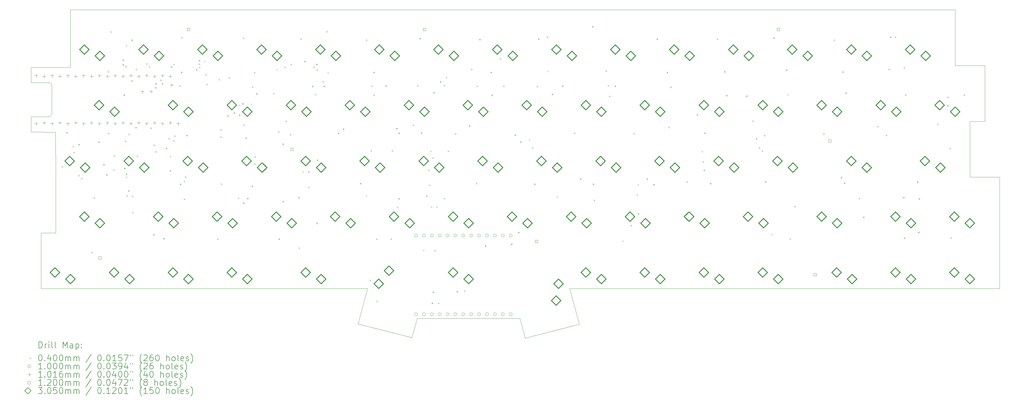
<source format=gbr>
%FSLAX45Y45*%
G04 Gerber Fmt 4.5, Leading zero omitted, Abs format (unit mm)*
G04 Created by KiCad (PCBNEW (6.0.2-0)) date 2022-07-19 14:21:53*
%MOMM*%
%LPD*%
G01*
G04 APERTURE LIST*
%TA.AperFunction,Profile*%
%ADD10C,0.100000*%
%TD*%
%ADD11C,0.200000*%
%ADD12C,0.040000*%
%ADD13C,0.100000*%
%ADD14C,0.101600*%
%ADD15C,0.120000*%
%ADD16C,0.305000*%
G04 APERTURE END LIST*
D10*
X-2220000Y-4350000D02*
X-2219695Y-4846056D01*
X-1425000Y-8100000D02*
X-1425000Y-6300000D01*
X-1650000Y-3250000D02*
X-2220000Y-3250000D01*
X28500000Y-2700000D02*
X28500000Y-4500000D01*
X-1550000Y-3350000D02*
X-1550000Y-4250000D01*
X28025000Y-6300000D02*
X28975000Y-6300000D01*
X-1650000Y-4350000D02*
G75*
G03*
X-1550000Y-4250000I0J100000D01*
G01*
X27550000Y-2700000D02*
X28500000Y-2700000D01*
X8075000Y-9900000D02*
X-1900000Y-9900000D01*
X-2220000Y-2760000D02*
X-950000Y-2760000D01*
X-1900000Y-8100000D02*
X-1425000Y-8100000D01*
X28025000Y-4500000D02*
X28025000Y-6300000D01*
X10050000Y-11480000D02*
X10220000Y-10860000D01*
X-1430000Y-4850000D02*
X-1425000Y-6300000D01*
X10220000Y-10860000D02*
X13530000Y-10860000D01*
X28975000Y-6300000D02*
X28975000Y-9900000D01*
X-1550000Y-3350000D02*
G75*
G03*
X-1650000Y-3250000I-100000J0D01*
G01*
X-2219695Y-4846056D02*
X-1430000Y-4850000D01*
X15130000Y-9900000D02*
X15200000Y-9900000D01*
X8075000Y-9900000D02*
X8620000Y-9900000D01*
X15440000Y-11050000D02*
X15130000Y-9900000D01*
X28500000Y-4500000D02*
X28025000Y-4500000D01*
X-1650000Y-4350000D02*
X-2220000Y-4350000D01*
X28975000Y-9900000D02*
X15200000Y-9900000D01*
X8310000Y-11040000D02*
X10050000Y-11480000D01*
X13530000Y-10860000D02*
X13700000Y-11500000D01*
X27550000Y-900000D02*
X27550000Y-2700000D01*
X13700000Y-11500000D02*
X15440000Y-11050000D01*
X-2220000Y-3250000D02*
X-2220000Y-2760000D01*
X-1900000Y-9900000D02*
X-1900000Y-8100000D01*
X8620000Y-9900000D02*
X8310000Y-11040000D01*
X-950000Y-900000D02*
X27550000Y-900000D01*
X-950000Y-900000D02*
X-950000Y-2760000D01*
D11*
D12*
X-1228000Y-5944950D02*
X-1188000Y-5984950D01*
X-1188000Y-5944950D02*
X-1228000Y-5984950D01*
X-1091000Y-4844000D02*
X-1051000Y-4884000D01*
X-1051000Y-4844000D02*
X-1091000Y-4884000D01*
X-884000Y-5291000D02*
X-844000Y-5331000D01*
X-844000Y-5291000D02*
X-884000Y-5331000D01*
X-858000Y-5485000D02*
X-818000Y-5525000D01*
X-818000Y-5485000D02*
X-858000Y-5525000D01*
X-697000Y-6230000D02*
X-657000Y-6270000D01*
X-657000Y-6230000D02*
X-697000Y-6270000D01*
X-696186Y-5227450D02*
X-656186Y-5267450D01*
X-656186Y-5227450D02*
X-696186Y-5267450D01*
X-612000Y-6323000D02*
X-572000Y-6363000D01*
X-572000Y-6323000D02*
X-612000Y-6363000D01*
X-272000Y-8711000D02*
X-232000Y-8751000D01*
X-232000Y-8711000D02*
X-272000Y-8751000D01*
X-204000Y-6945000D02*
X-164000Y-6985000D01*
X-164000Y-6945000D02*
X-204000Y-6985000D01*
X-58000Y-5147000D02*
X-18000Y-5187000D01*
X-18000Y-5147000D02*
X-58000Y-5187000D01*
X105000Y-5875000D02*
X145000Y-5915000D01*
X145000Y-5875000D02*
X105000Y-5915000D01*
X197000Y-6205000D02*
X237000Y-6245000D01*
X237000Y-6205000D02*
X197000Y-6245000D01*
X250000Y-2877450D02*
X290000Y-2917450D01*
X290000Y-2877450D02*
X250000Y-2917450D01*
X260000Y-4870000D02*
X300000Y-4910000D01*
X300000Y-4870000D02*
X260000Y-4910000D01*
X339000Y-1595000D02*
X379000Y-1635000D01*
X379000Y-1595000D02*
X339000Y-1635000D01*
X423000Y-6046000D02*
X463000Y-6086000D01*
X463000Y-6046000D02*
X423000Y-6086000D01*
X437747Y-5597242D02*
X477747Y-5637242D01*
X477747Y-5597242D02*
X437747Y-5637242D01*
X721000Y-2504000D02*
X761000Y-2544000D01*
X761000Y-2504000D02*
X721000Y-2544000D01*
X727000Y-2654901D02*
X767000Y-2694901D01*
X767000Y-2654901D02*
X727000Y-2694901D01*
X756000Y-3632000D02*
X796000Y-3672000D01*
X796000Y-3632000D02*
X756000Y-3672000D01*
X774000Y-5999000D02*
X814000Y-6039000D01*
X814000Y-5999000D02*
X774000Y-6039000D01*
X800000Y-5120000D02*
X840000Y-5160000D01*
X840000Y-5120000D02*
X800000Y-5160000D01*
X822000Y-2707460D02*
X862000Y-2747460D01*
X862000Y-2707460D02*
X822000Y-2747460D01*
X831000Y-2037000D02*
X871000Y-2077000D01*
X871000Y-2037000D02*
X831000Y-2077000D01*
X832550Y-6188000D02*
X872550Y-6228000D01*
X872550Y-6188000D02*
X832550Y-6228000D01*
X832550Y-6287950D02*
X872550Y-6327950D01*
X872550Y-6287950D02*
X832550Y-6327950D01*
X851230Y-6885230D02*
X891230Y-6925230D01*
X891230Y-6885230D02*
X851230Y-6925230D01*
X909000Y-6725000D02*
X949000Y-6765000D01*
X949000Y-6725000D02*
X909000Y-6765000D01*
X910000Y-4900000D02*
X950000Y-4940000D01*
X950000Y-4900000D02*
X910000Y-4940000D01*
X1010000Y-3173000D02*
X1050000Y-3213000D01*
X1050000Y-3173000D02*
X1010000Y-3213000D01*
X1015000Y-1859000D02*
X1055000Y-1899000D01*
X1055000Y-1859000D02*
X1015000Y-1899000D01*
X1028000Y-7425000D02*
X1068000Y-7465000D01*
X1068000Y-7425000D02*
X1028000Y-7465000D01*
X1034000Y-6899000D02*
X1074000Y-6939000D01*
X1074000Y-6899000D02*
X1034000Y-6939000D01*
X1137000Y-4683000D02*
X1177000Y-4723000D01*
X1177000Y-4683000D02*
X1137000Y-4723000D01*
X1149000Y-2805000D02*
X1189000Y-2845000D01*
X1189000Y-2805000D02*
X1149000Y-2845000D01*
X1181000Y-5604000D02*
X1221000Y-5644000D01*
X1221000Y-5604000D02*
X1181000Y-5644000D01*
X1490991Y-2628009D02*
X1530991Y-2668009D01*
X1530991Y-2628009D02*
X1490991Y-2668009D01*
X1571991Y-2715450D02*
X1611991Y-2755450D01*
X1611991Y-2715450D02*
X1571991Y-2755450D01*
X1626000Y-4702000D02*
X1666000Y-4742000D01*
X1666000Y-4702000D02*
X1626000Y-4742000D01*
X1712000Y-8135000D02*
X1752000Y-8175000D01*
X1752000Y-8135000D02*
X1712000Y-8175000D01*
X1726961Y-5248961D02*
X1766961Y-5288961D01*
X1766961Y-5248961D02*
X1726961Y-5288961D01*
X1772000Y-3394000D02*
X1812000Y-3434000D01*
X1812000Y-3394000D02*
X1772000Y-3434000D01*
X1780540Y-3269628D02*
X1820540Y-3309628D01*
X1820540Y-3269628D02*
X1780540Y-3309628D01*
X1784730Y-5459730D02*
X1824730Y-5499730D01*
X1824730Y-5459730D02*
X1784730Y-5499730D01*
X1934019Y-3151000D02*
X1974019Y-3191000D01*
X1974019Y-3151000D02*
X1934019Y-3191000D01*
X1992000Y-3266000D02*
X2032000Y-3306000D01*
X2032000Y-3266000D02*
X1992000Y-3306000D01*
X2040000Y-8268000D02*
X2080000Y-8308000D01*
X2080000Y-8268000D02*
X2040000Y-8308000D01*
X2118000Y-5352000D02*
X2158000Y-5392000D01*
X2158000Y-5352000D02*
X2118000Y-5392000D01*
X2210116Y-5035550D02*
X2250116Y-5075550D01*
X2250116Y-5035550D02*
X2210116Y-5075550D01*
X2245000Y-5609000D02*
X2285000Y-5649000D01*
X2285000Y-5609000D02*
X2245000Y-5649000D01*
X2245000Y-6073000D02*
X2285000Y-6113000D01*
X2285000Y-6073000D02*
X2245000Y-6113000D01*
X2281000Y-2723000D02*
X2321000Y-2763000D01*
X2321000Y-2723000D02*
X2281000Y-2763000D01*
X2361000Y-5108000D02*
X2401000Y-5148000D01*
X2401000Y-5108000D02*
X2361000Y-5148000D01*
X2362000Y-2643000D02*
X2402000Y-2683000D01*
X2402000Y-2643000D02*
X2362000Y-2683000D01*
X2392000Y-4956000D02*
X2432000Y-4996000D01*
X2432000Y-4956000D02*
X2392000Y-4996000D01*
X2552000Y-3334000D02*
X2592000Y-3374000D01*
X2592000Y-3334000D02*
X2552000Y-3374000D01*
X2576000Y-6511000D02*
X2616000Y-6551000D01*
X2616000Y-6511000D02*
X2576000Y-6551000D01*
X2609000Y-2893000D02*
X2649000Y-2933000D01*
X2649000Y-2893000D02*
X2609000Y-2933000D01*
X2621000Y-1776000D02*
X2661000Y-1816000D01*
X2661000Y-1776000D02*
X2621000Y-1816000D01*
X2698000Y-6994000D02*
X2738000Y-7034000D01*
X2738000Y-6994000D02*
X2698000Y-7034000D01*
X2700000Y-6416900D02*
X2740000Y-6456900D01*
X2740000Y-6416900D02*
X2700000Y-6456900D01*
X2732550Y-6272000D02*
X2772550Y-6312000D01*
X2772550Y-6272000D02*
X2732550Y-6312000D01*
X2779000Y-4938000D02*
X2819000Y-4978000D01*
X2819000Y-4938000D02*
X2779000Y-4978000D01*
X3093000Y-2810000D02*
X3133000Y-2850000D01*
X3133000Y-2810000D02*
X3093000Y-2850000D01*
X3182000Y-2520000D02*
X3222000Y-2560000D01*
X3222000Y-2520000D02*
X3182000Y-2560000D01*
X3182000Y-2633000D02*
X3222000Y-2673000D01*
X3222000Y-2633000D02*
X3182000Y-2673000D01*
X3193000Y-2733000D02*
X3233000Y-2773000D01*
X3233000Y-2733000D02*
X3193000Y-2773000D01*
X3355000Y-2545000D02*
X3395000Y-2585000D01*
X3395000Y-2545000D02*
X3355000Y-2585000D01*
X3391000Y-2973000D02*
X3431000Y-3013000D01*
X3431000Y-2973000D02*
X3391000Y-3013000D01*
X3430000Y-3285000D02*
X3470000Y-3325000D01*
X3470000Y-3285000D02*
X3430000Y-3325000D01*
X3774000Y-8280401D02*
X3814000Y-8320401D01*
X3814000Y-8280401D02*
X3774000Y-8320401D01*
X3825000Y-3130550D02*
X3865000Y-3170550D01*
X3865000Y-3130550D02*
X3825000Y-3170550D01*
X3874000Y-4749000D02*
X3914000Y-4789000D01*
X3914000Y-4749000D02*
X3874000Y-4789000D01*
X3877000Y-4987000D02*
X3917000Y-5027000D01*
X3917000Y-4987000D02*
X3877000Y-5027000D01*
X3895000Y-6501000D02*
X3935000Y-6541000D01*
X3935000Y-6501000D02*
X3895000Y-6541000D01*
X4093000Y-4306000D02*
X4133000Y-4346000D01*
X4133000Y-4306000D02*
X4093000Y-4346000D01*
X4138000Y-3075000D02*
X4178000Y-3115000D01*
X4178000Y-3075000D02*
X4138000Y-3115000D01*
X4302450Y-4209000D02*
X4342450Y-4249000D01*
X4342450Y-4209000D02*
X4302450Y-4249000D01*
X4446000Y-6963000D02*
X4486000Y-7003000D01*
X4486000Y-6963000D02*
X4446000Y-7003000D01*
X4471595Y-3959051D02*
X4511595Y-3999051D01*
X4511595Y-3959051D02*
X4471595Y-3999051D01*
X4478000Y-4280000D02*
X4518000Y-4320000D01*
X4518000Y-4280000D02*
X4478000Y-4320000D01*
X4583625Y-3913464D02*
X4623625Y-3953464D01*
X4623625Y-3913464D02*
X4583625Y-3953464D01*
X4603000Y-1793000D02*
X4643000Y-1833000D01*
X4643000Y-1793000D02*
X4603000Y-1833000D01*
X4609000Y-7121000D02*
X4649000Y-7161000D01*
X4649000Y-7121000D02*
X4609000Y-7161000D01*
X4612450Y-4600658D02*
X4652450Y-4640658D01*
X4652450Y-4600658D02*
X4612450Y-4640658D01*
X4684000Y-5020000D02*
X4724000Y-5060000D01*
X4724000Y-5020000D02*
X4684000Y-5060000D01*
X4741000Y-6973000D02*
X4781000Y-7013000D01*
X4781000Y-6973000D02*
X4741000Y-7013000D01*
X4854844Y-3924616D02*
X4894844Y-3964616D01*
X4894844Y-3924616D02*
X4854844Y-3964616D01*
X4888000Y-6579000D02*
X4928000Y-6619000D01*
X4928000Y-6579000D02*
X4888000Y-6619000D01*
X4894000Y-3373000D02*
X4934000Y-3413000D01*
X4934000Y-3373000D02*
X4894000Y-3413000D01*
X4957000Y-2903000D02*
X4997000Y-2943000D01*
X4997000Y-2903000D02*
X4957000Y-2943000D01*
X4970000Y-5861000D02*
X5010000Y-5901000D01*
X5010000Y-5861000D02*
X4970000Y-5901000D01*
X4977480Y-5619999D02*
X5017480Y-5659999D01*
X5017480Y-5619999D02*
X4977480Y-5659999D01*
X5031000Y-3592000D02*
X5071000Y-3632000D01*
X5071000Y-3592000D02*
X5031000Y-3632000D01*
X5579000Y-3584000D02*
X5619000Y-3624000D01*
X5619000Y-3584000D02*
X5579000Y-3624000D01*
X5683000Y-2815000D02*
X5723000Y-2855000D01*
X5723000Y-2815000D02*
X5683000Y-2855000D01*
X5739000Y-4829000D02*
X5779000Y-4869000D01*
X5779000Y-4829000D02*
X5739000Y-4869000D01*
X5750000Y-8280401D02*
X5790000Y-8320401D01*
X5790000Y-8280401D02*
X5750000Y-8320401D01*
X5877000Y-7068000D02*
X5917000Y-7108000D01*
X5917000Y-7068000D02*
X5877000Y-7108000D01*
X5878000Y-5215000D02*
X5918000Y-5255000D01*
X5918000Y-5215000D02*
X5878000Y-5255000D01*
X5941000Y-2733000D02*
X5981000Y-2773000D01*
X5981000Y-2733000D02*
X5941000Y-2773000D01*
X5978000Y-4482250D02*
X6018000Y-4522250D01*
X6018000Y-4482250D02*
X5978000Y-4522250D01*
X6118000Y-4911000D02*
X6158000Y-4951000D01*
X6158000Y-4911000D02*
X6118000Y-4951000D01*
X6136000Y-2639000D02*
X6176000Y-2679000D01*
X6176000Y-2639000D02*
X6136000Y-2679000D01*
X6387000Y-6945000D02*
X6427000Y-6985000D01*
X6427000Y-6945000D02*
X6387000Y-6985000D01*
X6396000Y-8566000D02*
X6436000Y-8606000D01*
X6436000Y-8566000D02*
X6396000Y-8606000D01*
X6460000Y-1819000D02*
X6500000Y-1859000D01*
X6500000Y-1819000D02*
X6460000Y-1859000D01*
X6530000Y-6110001D02*
X6570000Y-6150001D01*
X6570000Y-6110001D02*
X6530000Y-6150001D01*
X6582000Y-2547000D02*
X6622000Y-2587000D01*
X6622000Y-2547000D02*
X6582000Y-2587000D01*
X6701000Y-6110001D02*
X6741000Y-6150001D01*
X6741000Y-6110001D02*
X6701000Y-6150001D01*
X6714000Y-6615000D02*
X6754000Y-6655000D01*
X6754000Y-6615000D02*
X6714000Y-6655000D01*
X6826000Y-3353000D02*
X6866000Y-3393000D01*
X6866000Y-3353000D02*
X6826000Y-3393000D01*
X6873000Y-2738000D02*
X6913000Y-2778000D01*
X6913000Y-2738000D02*
X6873000Y-2778000D01*
X6926000Y-3615000D02*
X6966000Y-3655000D01*
X6966000Y-3615000D02*
X6926000Y-3655000D01*
X6961000Y-2644000D02*
X7001000Y-2684000D01*
X7001000Y-2644000D02*
X6961000Y-2684000D01*
X6971000Y-7772000D02*
X7011000Y-7812000D01*
X7011000Y-7772000D02*
X6971000Y-7812000D01*
X6977000Y-2820000D02*
X7017000Y-2860000D01*
X7017000Y-2820000D02*
X6977000Y-2860000D01*
X6988000Y-5734000D02*
X7028000Y-5774000D01*
X7028000Y-5734000D02*
X6988000Y-5774000D01*
X7168770Y-3201230D02*
X7208770Y-3241230D01*
X7208770Y-3201230D02*
X7168770Y-3241230D01*
X7196000Y-3348000D02*
X7236000Y-3388000D01*
X7236000Y-3348000D02*
X7196000Y-3388000D01*
X7285000Y-1581000D02*
X7325000Y-1621000D01*
X7325000Y-1581000D02*
X7285000Y-1621000D01*
X7325000Y-2908000D02*
X7365000Y-2948000D01*
X7365000Y-2908000D02*
X7325000Y-2948000D01*
X7655000Y-4867000D02*
X7695000Y-4907000D01*
X7695000Y-4867000D02*
X7655000Y-4907000D01*
X7820757Y-4729023D02*
X7860757Y-4769023D01*
X7860757Y-4729023D02*
X7820757Y-4769023D01*
X8374000Y-6490000D02*
X8414000Y-6530000D01*
X8414000Y-6490000D02*
X8374000Y-6530000D01*
X8562000Y-6880000D02*
X8602000Y-6920000D01*
X8602000Y-6880000D02*
X8562000Y-6920000D01*
X8564000Y-1853000D02*
X8604000Y-1893000D01*
X8604000Y-1853000D02*
X8564000Y-1893000D01*
X8687000Y-9612000D02*
X8727000Y-9652000D01*
X8727000Y-9612000D02*
X8687000Y-9652000D01*
X8717000Y-5427000D02*
X8757000Y-5467000D01*
X8757000Y-5427000D02*
X8717000Y-5467000D01*
X8746000Y-3344000D02*
X8786000Y-3384000D01*
X8786000Y-3344000D02*
X8746000Y-3384000D01*
X8801000Y-3630000D02*
X8841000Y-3670000D01*
X8841000Y-3630000D02*
X8801000Y-3670000D01*
X8805000Y-2900000D02*
X8845000Y-2940000D01*
X8845000Y-2900000D02*
X8805000Y-2940000D01*
X8897000Y-8280401D02*
X8937000Y-8320401D01*
X8937000Y-8280401D02*
X8897000Y-8320401D01*
X8908000Y-10293000D02*
X8948000Y-10333000D01*
X8948000Y-10293000D02*
X8908000Y-10333000D01*
X9192000Y-3332000D02*
X9232000Y-3372000D01*
X9232000Y-3332000D02*
X9192000Y-3372000D01*
X9364808Y-8280401D02*
X9404808Y-8320401D01*
X9404808Y-8280401D02*
X9364808Y-8320401D01*
X9397515Y-5428515D02*
X9437515Y-5468515D01*
X9437515Y-5428515D02*
X9397515Y-5468515D01*
X9541000Y-4711000D02*
X9581000Y-4751000D01*
X9581000Y-4711000D02*
X9541000Y-4751000D01*
X9567000Y-7259000D02*
X9607000Y-7299000D01*
X9607000Y-7259000D02*
X9567000Y-7299000D01*
X9613000Y-6977000D02*
X9653000Y-7017000D01*
X9653000Y-6977000D02*
X9613000Y-7017000D01*
X9619230Y-4865230D02*
X9659230Y-4905230D01*
X9659230Y-4865230D02*
X9619230Y-4905230D01*
X10072000Y-4606000D02*
X10112000Y-4646000D01*
X10112000Y-4606000D02*
X10072000Y-4646000D01*
X10219000Y-3326000D02*
X10259000Y-3366000D01*
X10259000Y-3326000D02*
X10219000Y-3366000D01*
X10293000Y-1808000D02*
X10333000Y-1848000D01*
X10333000Y-1808000D02*
X10293000Y-1848000D01*
X10334000Y-4856000D02*
X10374000Y-4896000D01*
X10374000Y-4856000D02*
X10334000Y-4896000D01*
X10407000Y-8640000D02*
X10447000Y-8680000D01*
X10447000Y-8640000D02*
X10407000Y-8680000D01*
X10501000Y-6893000D02*
X10541000Y-6933000D01*
X10541000Y-6893000D02*
X10501000Y-6933000D01*
X10571000Y-6057000D02*
X10611000Y-6097000D01*
X10611000Y-6057000D02*
X10571000Y-6097000D01*
X10598000Y-6544000D02*
X10638000Y-6584000D01*
X10638000Y-6544000D02*
X10598000Y-6584000D01*
X10637000Y-5440000D02*
X10677000Y-5480000D01*
X10677000Y-5440000D02*
X10637000Y-5480000D01*
X10662000Y-7243000D02*
X10702000Y-7283000D01*
X10702000Y-7243000D02*
X10662000Y-7283000D01*
X10685000Y-10351000D02*
X10725000Y-10391000D01*
X10725000Y-10351000D02*
X10685000Y-10391000D01*
X10697274Y-5666733D02*
X10737274Y-5706733D01*
X10737274Y-5666733D02*
X10697274Y-5706733D01*
X10712821Y-10000585D02*
X10752821Y-10040585D01*
X10752821Y-10000585D02*
X10712821Y-10040585D01*
X10734000Y-3552000D02*
X10774000Y-3592000D01*
X10774000Y-3552000D02*
X10734000Y-3592000D01*
X10775000Y-8656000D02*
X10815000Y-8696000D01*
X10815000Y-8656000D02*
X10775000Y-8696000D01*
X10832000Y-7243000D02*
X10872000Y-7283000D01*
X10872000Y-7243000D02*
X10832000Y-7283000D01*
X10888000Y-10345000D02*
X10928000Y-10385000D01*
X10928000Y-10345000D02*
X10888000Y-10385000D01*
X10955000Y-3204000D02*
X10995000Y-3244000D01*
X10995000Y-3204000D02*
X10955000Y-3244000D01*
X11075000Y-6966000D02*
X11115000Y-7006000D01*
X11115000Y-6966000D02*
X11075000Y-7006000D01*
X11083000Y-3321000D02*
X11123000Y-3361000D01*
X11123000Y-3321000D02*
X11083000Y-3361000D01*
X11142000Y-3068000D02*
X11182000Y-3108000D01*
X11182000Y-3068000D02*
X11142000Y-3108000D01*
X11199000Y-5445000D02*
X11239000Y-5485000D01*
X11239000Y-5445000D02*
X11199000Y-5485000D01*
X11438730Y-4884730D02*
X11478730Y-4924730D01*
X11478730Y-4884730D02*
X11438730Y-4924730D01*
X11488000Y-9978000D02*
X11528000Y-10018000D01*
X11528000Y-9978000D02*
X11488000Y-10018000D01*
X11725000Y-9955000D02*
X11765000Y-9995000D01*
X11765000Y-9955000D02*
X11725000Y-9995000D01*
X11882000Y-4623000D02*
X11922000Y-4663000D01*
X11922000Y-4623000D02*
X11882000Y-4663000D01*
X11954892Y-2802550D02*
X11994892Y-2842550D01*
X11994892Y-2802550D02*
X11954892Y-2842550D01*
X12108000Y-6487000D02*
X12148000Y-6527000D01*
X12148000Y-6487000D02*
X12108000Y-6527000D01*
X12129000Y-3346000D02*
X12169000Y-3386000D01*
X12169000Y-3346000D02*
X12129000Y-3386000D01*
X12216000Y-1841000D02*
X12256000Y-1881000D01*
X12256000Y-1841000D02*
X12216000Y-1881000D01*
X12397000Y-8500000D02*
X12437000Y-8540000D01*
X12437000Y-8500000D02*
X12397000Y-8540000D01*
X12578000Y-2901000D02*
X12618000Y-2941000D01*
X12618000Y-2901000D02*
X12578000Y-2941000D01*
X12609000Y-3639000D02*
X12649000Y-3679000D01*
X12649000Y-3639000D02*
X12609000Y-3679000D01*
X12875000Y-2455000D02*
X12915000Y-2495000D01*
X12915000Y-2455000D02*
X12875000Y-2495000D01*
X12983000Y-3346000D02*
X13023000Y-3386000D01*
X13023000Y-3346000D02*
X12983000Y-3386000D01*
X13241000Y-8445000D02*
X13281000Y-8485000D01*
X13281000Y-8445000D02*
X13241000Y-8485000D01*
X13357450Y-4923000D02*
X13397450Y-4963000D01*
X13397450Y-4923000D02*
X13357450Y-4963000D01*
X13470057Y-8065588D02*
X13510057Y-8105588D01*
X13510057Y-8065588D02*
X13470057Y-8105588D01*
X13533000Y-5148000D02*
X13573000Y-5188000D01*
X13573000Y-5148000D02*
X13533000Y-5188000D01*
X13821000Y-5075000D02*
X13861000Y-5115000D01*
X13861000Y-5075000D02*
X13821000Y-5115000D01*
X13915000Y-5344000D02*
X13955000Y-5384000D01*
X13955000Y-5344000D02*
X13915000Y-5384000D01*
X13983000Y-6507000D02*
X14023000Y-6547000D01*
X14023000Y-6507000D02*
X13983000Y-6547000D01*
X14071000Y-3351000D02*
X14111000Y-3391000D01*
X14111000Y-3351000D02*
X14071000Y-3391000D01*
X14107000Y-1821000D02*
X14147000Y-1861000D01*
X14147000Y-1821000D02*
X14107000Y-1861000D01*
X14393000Y-1762000D02*
X14433000Y-1802000D01*
X14433000Y-1762000D02*
X14393000Y-1802000D01*
X14403000Y-2866000D02*
X14443000Y-2906000D01*
X14443000Y-2866000D02*
X14403000Y-2906000D01*
X14554000Y-3611000D02*
X14594000Y-3651000D01*
X14594000Y-3611000D02*
X14554000Y-3651000D01*
X14708000Y-6923000D02*
X14748000Y-6963000D01*
X14748000Y-6923000D02*
X14708000Y-6963000D01*
X14884000Y-3341000D02*
X14924000Y-3381000D01*
X14924000Y-3341000D02*
X14884000Y-3381000D01*
X15273000Y-4863000D02*
X15313000Y-4903000D01*
X15313000Y-4863000D02*
X15273000Y-4903000D01*
X15462000Y-6344450D02*
X15502000Y-6384450D01*
X15502000Y-6344450D02*
X15462000Y-6384450D01*
X15853017Y-1420002D02*
X15893017Y-1460002D01*
X15893017Y-1420002D02*
X15853017Y-1460002D01*
X15871000Y-6507000D02*
X15911000Y-6547000D01*
X15911000Y-6507000D02*
X15871000Y-6547000D01*
X15909000Y-7028000D02*
X15949000Y-7068000D01*
X15949000Y-7028000D02*
X15909000Y-7068000D01*
X16286000Y-2856000D02*
X16326000Y-2896000D01*
X16326000Y-2856000D02*
X16286000Y-2896000D01*
X16355000Y-3325000D02*
X16395000Y-3365000D01*
X16395000Y-3325000D02*
X16355000Y-3365000D01*
X16399000Y-3676099D02*
X16439000Y-3716099D01*
X16439000Y-3676099D02*
X16399000Y-3716099D01*
X16580000Y-3342000D02*
X16620000Y-3382000D01*
X16620000Y-3342000D02*
X16580000Y-3382000D01*
X16826000Y-8344000D02*
X16866000Y-8384000D01*
X16866000Y-8344000D02*
X16826000Y-8384000D01*
X17095000Y-7839000D02*
X17135000Y-7879000D01*
X17135000Y-7839000D02*
X17095000Y-7879000D01*
X17187000Y-4879000D02*
X17227000Y-4919000D01*
X17227000Y-4879000D02*
X17187000Y-4919000D01*
X17285000Y-6856550D02*
X17325000Y-6896550D01*
X17325000Y-6856550D02*
X17285000Y-6896550D01*
X17316000Y-6525000D02*
X17356000Y-6565000D01*
X17356000Y-6525000D02*
X17316000Y-6565000D01*
X17325000Y-7471000D02*
X17365000Y-7511000D01*
X17365000Y-7471000D02*
X17325000Y-7511000D01*
X17605000Y-6344450D02*
X17645000Y-6384450D01*
X17645000Y-6344450D02*
X17605000Y-6384450D01*
X17820000Y-6525000D02*
X17860000Y-6565000D01*
X17860000Y-6525000D02*
X17820000Y-6565000D01*
X17926000Y-1827000D02*
X17966000Y-1867000D01*
X17966000Y-1827000D02*
X17926000Y-1867000D01*
X18257000Y-2907000D02*
X18297000Y-2947000D01*
X18297000Y-2907000D02*
X18257000Y-2947000D01*
X18309000Y-4676000D02*
X18349000Y-4716000D01*
X18349000Y-4676000D02*
X18309000Y-4716000D01*
X18371000Y-3377000D02*
X18411000Y-3417000D01*
X18411000Y-3377000D02*
X18371000Y-3417000D01*
X18894000Y-6433000D02*
X18934000Y-6473000D01*
X18934000Y-6433000D02*
X18894000Y-6473000D01*
X19222000Y-4269000D02*
X19262000Y-4309000D01*
X19262000Y-4269000D02*
X19222000Y-4309000D01*
X19383000Y-5458000D02*
X19423000Y-5498000D01*
X19423000Y-5458000D02*
X19383000Y-5498000D01*
X19410050Y-5784000D02*
X19450050Y-5824000D01*
X19450050Y-5784000D02*
X19410050Y-5824000D01*
X19441000Y-6056000D02*
X19481000Y-6096000D01*
X19481000Y-6056000D02*
X19441000Y-6096000D01*
X19467289Y-4863171D02*
X19507289Y-4903171D01*
X19507289Y-4863171D02*
X19467289Y-4903171D01*
X19651000Y-6491000D02*
X19691000Y-6531000D01*
X19691000Y-6491000D02*
X19651000Y-6531000D01*
X19868000Y-1821000D02*
X19908000Y-1861000D01*
X19908000Y-1821000D02*
X19868000Y-1861000D01*
X20103000Y-2881000D02*
X20143000Y-2921000D01*
X20143000Y-2881000D02*
X20103000Y-2921000D01*
X20170000Y-3649000D02*
X20210000Y-3689000D01*
X20210000Y-3649000D02*
X20170000Y-3689000D01*
X20814000Y-3668000D02*
X20854000Y-3708000D01*
X20854000Y-3668000D02*
X20814000Y-3708000D01*
X21010000Y-4470000D02*
X21050000Y-4510000D01*
X21050000Y-4470000D02*
X21010000Y-4510000D01*
X21127000Y-5041000D02*
X21167000Y-5081000D01*
X21167000Y-5041000D02*
X21127000Y-5081000D01*
X21223000Y-5345000D02*
X21263000Y-5385000D01*
X21263000Y-5345000D02*
X21223000Y-5385000D01*
X21317000Y-5434000D02*
X21357000Y-5474000D01*
X21357000Y-5434000D02*
X21317000Y-5474000D01*
X21394000Y-4936000D02*
X21434000Y-4976000D01*
X21434000Y-4936000D02*
X21394000Y-4976000D01*
X21423000Y-6433000D02*
X21463000Y-6473000D01*
X21463000Y-6433000D02*
X21423000Y-6473000D01*
X21627000Y-8133000D02*
X21667000Y-8173000D01*
X21667000Y-8133000D02*
X21627000Y-8173000D01*
X21690000Y-1790000D02*
X21730000Y-1830000D01*
X21730000Y-1790000D02*
X21690000Y-1830000D01*
X22093000Y-2825000D02*
X22133000Y-2865000D01*
X22133000Y-2825000D02*
X22093000Y-2865000D01*
X22135000Y-3620000D02*
X22175000Y-3660000D01*
X22175000Y-3620000D02*
X22135000Y-3660000D01*
X22215000Y-8273000D02*
X22255000Y-8313000D01*
X22255000Y-8273000D02*
X22215000Y-8313000D01*
X22366000Y-7229000D02*
X22406000Y-7269000D01*
X22406000Y-7229000D02*
X22366000Y-7269000D01*
X23297000Y-4896000D02*
X23337000Y-4936000D01*
X23337000Y-4896000D02*
X23297000Y-4936000D01*
X23637000Y-1853000D02*
X23677000Y-1893000D01*
X23677000Y-1853000D02*
X23637000Y-1893000D01*
X23861000Y-6294000D02*
X23901000Y-6334000D01*
X23901000Y-6294000D02*
X23861000Y-6334000D01*
X23912000Y-2887000D02*
X23952000Y-2927000D01*
X23952000Y-2887000D02*
X23912000Y-2927000D01*
X23963000Y-6475000D02*
X24003000Y-6515000D01*
X24003000Y-6475000D02*
X23963000Y-6515000D01*
X24007000Y-3569000D02*
X24047000Y-3609000D01*
X24047000Y-3569000D02*
X24007000Y-3609000D01*
X24443000Y-6967000D02*
X24483000Y-7007000D01*
X24483000Y-6967000D02*
X24443000Y-7007000D01*
X24581000Y-7577000D02*
X24621000Y-7617000D01*
X24621000Y-7577000D02*
X24581000Y-7617000D01*
X25036000Y-4651000D02*
X25076000Y-4691000D01*
X25076000Y-4651000D02*
X25036000Y-4691000D01*
X25312000Y-4925000D02*
X25352000Y-4965000D01*
X25352000Y-4925000D02*
X25312000Y-4965000D01*
X25401000Y-2801000D02*
X25441000Y-2841000D01*
X25441000Y-2801000D02*
X25401000Y-2841000D01*
X25447000Y-1766000D02*
X25487000Y-1806000D01*
X25487000Y-1766000D02*
X25447000Y-1806000D01*
X25604000Y-1762000D02*
X25644000Y-1802000D01*
X25644000Y-1762000D02*
X25604000Y-1802000D01*
X25872000Y-6939000D02*
X25912000Y-6979000D01*
X25912000Y-6939000D02*
X25872000Y-6979000D01*
X25889000Y-2741000D02*
X25929000Y-2781000D01*
X25929000Y-2741000D02*
X25889000Y-2781000D01*
X25899000Y-8252000D02*
X25939000Y-8292000D01*
X25939000Y-8252000D02*
X25899000Y-8292000D01*
X25931000Y-3622000D02*
X25971000Y-3662000D01*
X25971000Y-3622000D02*
X25931000Y-3662000D01*
X26317000Y-6435000D02*
X26357000Y-6475000D01*
X26357000Y-6435000D02*
X26317000Y-6475000D01*
X26352000Y-8064000D02*
X26392000Y-8104000D01*
X26392000Y-8064000D02*
X26352000Y-8104000D01*
X26372000Y-6981000D02*
X26412000Y-7021000D01*
X26412000Y-6981000D02*
X26372000Y-7021000D01*
X26975000Y-4570000D02*
X27015000Y-4610000D01*
X27015000Y-4570000D02*
X26975000Y-4610000D01*
X27290000Y-3980000D02*
X27330000Y-4020000D01*
X27330000Y-3980000D02*
X27290000Y-4020000D01*
X27296000Y-3698000D02*
X27336000Y-3738000D01*
X27336000Y-3698000D02*
X27296000Y-3738000D01*
X27364000Y-5351000D02*
X27404000Y-5391000D01*
X27404000Y-5351000D02*
X27364000Y-5391000D01*
X27394998Y-8247000D02*
X27434998Y-8287000D01*
X27434998Y-8247000D02*
X27394998Y-8287000D01*
X27819000Y-3631741D02*
X27859000Y-3671741D01*
X27859000Y-3631741D02*
X27819000Y-3671741D01*
D13*
X10231000Y-8187000D02*
G75*
G03*
X10231000Y-8187000I-50000J0D01*
G01*
X10231000Y-10727000D02*
G75*
G03*
X10231000Y-10727000I-50000J0D01*
G01*
X10485000Y-8187000D02*
G75*
G03*
X10485000Y-8187000I-50000J0D01*
G01*
X10485000Y-10727000D02*
G75*
G03*
X10485000Y-10727000I-50000J0D01*
G01*
X10739000Y-8187000D02*
G75*
G03*
X10739000Y-8187000I-50000J0D01*
G01*
X10739000Y-10727000D02*
G75*
G03*
X10739000Y-10727000I-50000J0D01*
G01*
X10993000Y-8187000D02*
G75*
G03*
X10993000Y-8187000I-50000J0D01*
G01*
X10993000Y-10727000D02*
G75*
G03*
X10993000Y-10727000I-50000J0D01*
G01*
X11247000Y-8187000D02*
G75*
G03*
X11247000Y-8187000I-50000J0D01*
G01*
X11247000Y-10727000D02*
G75*
G03*
X11247000Y-10727000I-50000J0D01*
G01*
X11501000Y-8187000D02*
G75*
G03*
X11501000Y-8187000I-50000J0D01*
G01*
X11501000Y-10727000D02*
G75*
G03*
X11501000Y-10727000I-50000J0D01*
G01*
X11755000Y-8187000D02*
G75*
G03*
X11755000Y-8187000I-50000J0D01*
G01*
X11755000Y-10727000D02*
G75*
G03*
X11755000Y-10727000I-50000J0D01*
G01*
X12009000Y-8187000D02*
G75*
G03*
X12009000Y-8187000I-50000J0D01*
G01*
X12009000Y-10727000D02*
G75*
G03*
X12009000Y-10727000I-50000J0D01*
G01*
X12263000Y-8187000D02*
G75*
G03*
X12263000Y-8187000I-50000J0D01*
G01*
X12263000Y-10727000D02*
G75*
G03*
X12263000Y-10727000I-50000J0D01*
G01*
X12517000Y-8187000D02*
G75*
G03*
X12517000Y-8187000I-50000J0D01*
G01*
X12517000Y-10727000D02*
G75*
G03*
X12517000Y-10727000I-50000J0D01*
G01*
X12771000Y-8187000D02*
G75*
G03*
X12771000Y-8187000I-50000J0D01*
G01*
X12771000Y-10727000D02*
G75*
G03*
X12771000Y-10727000I-50000J0D01*
G01*
X13025000Y-8187000D02*
G75*
G03*
X13025000Y-8187000I-50000J0D01*
G01*
X13025000Y-10727000D02*
G75*
G03*
X13025000Y-10727000I-50000J0D01*
G01*
X13279000Y-8187000D02*
G75*
G03*
X13279000Y-8187000I-50000J0D01*
G01*
X13279000Y-10727000D02*
G75*
G03*
X13279000Y-10727000I-50000J0D01*
G01*
D14*
X-2056000Y-2974500D02*
X-2056000Y-3076100D01*
X-2106800Y-3025300D02*
X-2005200Y-3025300D01*
X-2056000Y-4523900D02*
X-2056000Y-4625500D01*
X-2106800Y-4574700D02*
X-2005200Y-4574700D01*
X-1802000Y-2999900D02*
X-1802000Y-3101500D01*
X-1852800Y-3050700D02*
X-1751200Y-3050700D01*
X-1802000Y-4498500D02*
X-1802000Y-4600100D01*
X-1852800Y-4549300D02*
X-1751200Y-4549300D01*
X-1548000Y-2974500D02*
X-1548000Y-3076100D01*
X-1598800Y-3025300D02*
X-1497200Y-3025300D01*
X-1548000Y-4523900D02*
X-1548000Y-4625500D01*
X-1598800Y-4574700D02*
X-1497200Y-4574700D01*
X-1294000Y-2999900D02*
X-1294000Y-3101500D01*
X-1344800Y-3050700D02*
X-1243200Y-3050700D01*
X-1294000Y-4498500D02*
X-1294000Y-4600100D01*
X-1344800Y-4549300D02*
X-1243200Y-4549300D01*
X-1040000Y-2974500D02*
X-1040000Y-3076100D01*
X-1090800Y-3025300D02*
X-989200Y-3025300D01*
X-1040000Y-4523900D02*
X-1040000Y-4625500D01*
X-1090800Y-4574700D02*
X-989200Y-4574700D01*
X-786000Y-2999900D02*
X-786000Y-3101500D01*
X-836800Y-3050700D02*
X-735200Y-3050700D01*
X-786000Y-4498500D02*
X-786000Y-4600100D01*
X-836800Y-4549300D02*
X-735200Y-4549300D01*
X-532000Y-2974500D02*
X-532000Y-3076100D01*
X-582800Y-3025300D02*
X-481200Y-3025300D01*
X-532000Y-4523900D02*
X-532000Y-4625500D01*
X-582800Y-4574700D02*
X-481200Y-4574700D01*
X-278000Y-2999900D02*
X-278000Y-3101500D01*
X-328800Y-3050700D02*
X-227200Y-3050700D01*
X-278000Y-4498500D02*
X-278000Y-4600100D01*
X-328800Y-4549300D02*
X-227200Y-4549300D01*
X-24000Y-2974500D02*
X-24000Y-3076100D01*
X-74800Y-3025300D02*
X26800Y-3025300D01*
X-24000Y-4523900D02*
X-24000Y-4625500D01*
X-74800Y-4574700D02*
X26800Y-4574700D01*
X230000Y-2999900D02*
X230000Y-3101500D01*
X179200Y-3050700D02*
X280800Y-3050700D01*
X230000Y-4498500D02*
X230000Y-4600100D01*
X179200Y-4549300D02*
X280800Y-4549300D01*
X484000Y-2974500D02*
X484000Y-3076100D01*
X433200Y-3025300D02*
X534800Y-3025300D01*
X484000Y-4523900D02*
X484000Y-4625500D01*
X433200Y-4574700D02*
X534800Y-4574700D01*
X738000Y-2999900D02*
X738000Y-3101500D01*
X687200Y-3050700D02*
X788800Y-3050700D01*
X738000Y-4498500D02*
X738000Y-4600100D01*
X687200Y-4549300D02*
X788800Y-4549300D01*
X992000Y-2974500D02*
X992000Y-3076100D01*
X941200Y-3025300D02*
X1042800Y-3025300D01*
X992000Y-4523900D02*
X992000Y-4625500D01*
X941200Y-4574700D02*
X1042800Y-4574700D01*
X1246000Y-2999900D02*
X1246000Y-3101500D01*
X1195200Y-3050700D02*
X1296800Y-3050700D01*
X1246000Y-4498500D02*
X1246000Y-4600100D01*
X1195200Y-4549300D02*
X1296800Y-4549300D01*
X1370000Y-3489200D02*
X1370000Y-3590800D01*
X1319200Y-3540000D02*
X1420800Y-3540000D01*
X1500000Y-2974500D02*
X1500000Y-3076100D01*
X1449200Y-3025300D02*
X1550800Y-3025300D01*
X1500000Y-4523900D02*
X1500000Y-4625500D01*
X1449200Y-4574700D02*
X1550800Y-4574700D01*
X1650000Y-3489200D02*
X1650000Y-3590800D01*
X1599200Y-3540000D02*
X1700800Y-3540000D01*
X1754000Y-2999900D02*
X1754000Y-3101500D01*
X1703200Y-3050700D02*
X1804800Y-3050700D01*
X1754000Y-4498500D02*
X1754000Y-4600100D01*
X1703200Y-4549300D02*
X1804800Y-4549300D01*
X2008000Y-2974500D02*
X2008000Y-3076100D01*
X1957200Y-3025300D02*
X2058800Y-3025300D01*
X2008000Y-4523900D02*
X2008000Y-4625500D01*
X1957200Y-4574700D02*
X2058800Y-4574700D01*
X2262000Y-2999900D02*
X2262000Y-3101500D01*
X2211200Y-3050700D02*
X2312800Y-3050700D01*
X2262000Y-4498500D02*
X2262000Y-4600100D01*
X2211200Y-4549300D02*
X2312800Y-4549300D01*
X2310000Y-3279200D02*
X2310000Y-3380800D01*
X2259200Y-3330000D02*
X2360800Y-3330000D01*
X2516000Y-4523900D02*
X2516000Y-4625500D01*
X2465200Y-4574700D02*
X2566800Y-4574700D01*
D15*
X42427Y-8952427D02*
X42427Y-8867573D01*
X-42427Y-8867573D01*
X-42427Y-8952427D01*
X42427Y-8952427D01*
X2892427Y-1572427D02*
X2892427Y-1487573D01*
X2807573Y-1487573D01*
X2807573Y-1572427D01*
X2892427Y-1572427D01*
X6217427Y-5442427D02*
X6217427Y-5357573D01*
X6132573Y-5357573D01*
X6132573Y-5442427D01*
X6217427Y-5442427D01*
X10492427Y-1572427D02*
X10492427Y-1487573D01*
X10407573Y-1487573D01*
X10407573Y-1572427D01*
X10492427Y-1572427D01*
X14102427Y-8412427D02*
X14102427Y-8327573D01*
X14017573Y-8327573D01*
X14017573Y-8412427D01*
X14102427Y-8412427D01*
X21892427Y-1572427D02*
X21892427Y-1487573D01*
X21807573Y-1487573D01*
X21807573Y-1572427D01*
X21892427Y-1572427D01*
X23079927Y-9492427D02*
X23079927Y-9407573D01*
X22995073Y-9407573D01*
X22995073Y-9492427D01*
X23079927Y-9492427D01*
X23554927Y-5172427D02*
X23554927Y-5087573D01*
X23470073Y-5087573D01*
X23470073Y-5172427D01*
X23554927Y-5172427D01*
D16*
X-1450000Y-9532500D02*
X-1297500Y-9380000D01*
X-1450000Y-9227500D01*
X-1602500Y-9380000D01*
X-1450000Y-9532500D01*
X-975000Y-5932500D02*
X-822500Y-5780000D01*
X-975000Y-5627500D01*
X-1127500Y-5780000D01*
X-975000Y-5932500D01*
X-950000Y-9742500D02*
X-797500Y-9590000D01*
X-950000Y-9437500D01*
X-1102500Y-9590000D01*
X-950000Y-9742500D01*
X-500000Y-2332500D02*
X-347500Y-2180000D01*
X-500000Y-2027500D01*
X-652500Y-2180000D01*
X-500000Y-2332500D01*
X-500000Y-7732500D02*
X-347500Y-7580000D01*
X-500000Y-7427500D01*
X-652500Y-7580000D01*
X-500000Y-7732500D01*
X-475000Y-6142500D02*
X-322500Y-5990000D01*
X-475000Y-5837500D01*
X-627500Y-5990000D01*
X-475000Y-6142500D01*
X-25000Y-4132500D02*
X127500Y-3980000D01*
X-25000Y-3827500D01*
X-177500Y-3980000D01*
X-25000Y-4132500D01*
X0Y-2542500D02*
X152500Y-2390000D01*
X0Y-2237500D01*
X-152500Y-2390000D01*
X0Y-2542500D01*
X0Y-7942500D02*
X152500Y-7790000D01*
X0Y-7637500D01*
X-152500Y-7790000D01*
X0Y-7942500D01*
X450000Y-9532500D02*
X602500Y-9380000D01*
X450000Y-9227500D01*
X297500Y-9380000D01*
X450000Y-9532500D01*
X475000Y-4342500D02*
X627500Y-4190000D01*
X475000Y-4037500D01*
X322500Y-4190000D01*
X475000Y-4342500D01*
X925000Y-5932500D02*
X1077500Y-5780000D01*
X925000Y-5627500D01*
X772500Y-5780000D01*
X925000Y-5932500D01*
X950000Y-9742500D02*
X1102500Y-9590000D01*
X950000Y-9437500D01*
X797500Y-9590000D01*
X950000Y-9742500D01*
X1400000Y-2332500D02*
X1552500Y-2180000D01*
X1400000Y-2027500D01*
X1247500Y-2180000D01*
X1400000Y-2332500D01*
X1425000Y-6142500D02*
X1577500Y-5990000D01*
X1425000Y-5837500D01*
X1272500Y-5990000D01*
X1425000Y-6142500D01*
X1875000Y-7732500D02*
X2027500Y-7580000D01*
X1875000Y-7427500D01*
X1722500Y-7580000D01*
X1875000Y-7732500D01*
X1900000Y-2542500D02*
X2052500Y-2390000D01*
X1900000Y-2237500D01*
X1747500Y-2390000D01*
X1900000Y-2542500D01*
X2350000Y-4132500D02*
X2502500Y-3980000D01*
X2350000Y-3827500D01*
X2197500Y-3980000D01*
X2350000Y-4132500D01*
X2350000Y-9532500D02*
X2502500Y-9380000D01*
X2350000Y-9227500D01*
X2197500Y-9380000D01*
X2350000Y-9532500D01*
X2375000Y-7942500D02*
X2527500Y-7790000D01*
X2375000Y-7637500D01*
X2222500Y-7790000D01*
X2375000Y-7942500D01*
X2825000Y-5932500D02*
X2977500Y-5780000D01*
X2825000Y-5627500D01*
X2672500Y-5780000D01*
X2825000Y-5932500D01*
X2850000Y-4342500D02*
X3002500Y-4190000D01*
X2850000Y-4037500D01*
X2697500Y-4190000D01*
X2850000Y-4342500D01*
X2850000Y-9742500D02*
X3002500Y-9590000D01*
X2850000Y-9437500D01*
X2697500Y-9590000D01*
X2850000Y-9742500D01*
X3300000Y-2332500D02*
X3452500Y-2180000D01*
X3300000Y-2027500D01*
X3147500Y-2180000D01*
X3300000Y-2332500D01*
X3325000Y-6142500D02*
X3477500Y-5990000D01*
X3325000Y-5837500D01*
X3172500Y-5990000D01*
X3325000Y-6142500D01*
X3775000Y-7732500D02*
X3927500Y-7580000D01*
X3775000Y-7427500D01*
X3622500Y-7580000D01*
X3775000Y-7732500D01*
X3800000Y-2542500D02*
X3952500Y-2390000D01*
X3800000Y-2237500D01*
X3647500Y-2390000D01*
X3800000Y-2542500D01*
X4250000Y-4132500D02*
X4402500Y-3980000D01*
X4250000Y-3827500D01*
X4097500Y-3980000D01*
X4250000Y-4132500D01*
X4250000Y-9532500D02*
X4402500Y-9380000D01*
X4250000Y-9227500D01*
X4097500Y-9380000D01*
X4250000Y-9532500D01*
X4275000Y-7942500D02*
X4427500Y-7790000D01*
X4275000Y-7637500D01*
X4122500Y-7790000D01*
X4275000Y-7942500D01*
X4725000Y-5932500D02*
X4877500Y-5780000D01*
X4725000Y-5627500D01*
X4572500Y-5780000D01*
X4725000Y-5932500D01*
X4750000Y-4342500D02*
X4902500Y-4190000D01*
X4750000Y-4037500D01*
X4597500Y-4190000D01*
X4750000Y-4342500D01*
X4750000Y-9742500D02*
X4902500Y-9590000D01*
X4750000Y-9437500D01*
X4597500Y-9590000D01*
X4750000Y-9742500D01*
X5200000Y-2332500D02*
X5352500Y-2180000D01*
X5200000Y-2027500D01*
X5047500Y-2180000D01*
X5200000Y-2332500D01*
X5225000Y-6142500D02*
X5377500Y-5990000D01*
X5225000Y-5837500D01*
X5072500Y-5990000D01*
X5225000Y-6142500D01*
X5675000Y-7732500D02*
X5827500Y-7580000D01*
X5675000Y-7427500D01*
X5522500Y-7580000D01*
X5675000Y-7732500D01*
X5700000Y-2542500D02*
X5852500Y-2390000D01*
X5700000Y-2237500D01*
X5547500Y-2390000D01*
X5700000Y-2542500D01*
X6150000Y-4132500D02*
X6302500Y-3980000D01*
X6150000Y-3827500D01*
X5997500Y-3980000D01*
X6150000Y-4132500D01*
X6175000Y-7942500D02*
X6327500Y-7790000D01*
X6175000Y-7637500D01*
X6022500Y-7790000D01*
X6175000Y-7942500D01*
X6625000Y-5932500D02*
X6777500Y-5780000D01*
X6625000Y-5627500D01*
X6472500Y-5780000D01*
X6625000Y-5932500D01*
X6625000Y-9532500D02*
X6777500Y-9380000D01*
X6625000Y-9227500D01*
X6472500Y-9380000D01*
X6625000Y-9532500D01*
X6650000Y-4342500D02*
X6802500Y-4190000D01*
X6650000Y-4037500D01*
X6497500Y-4190000D01*
X6650000Y-4342500D01*
X7100000Y-2332500D02*
X7252500Y-2180000D01*
X7100000Y-2027500D01*
X6947500Y-2180000D01*
X7100000Y-2332500D01*
X7125000Y-6142500D02*
X7277500Y-5990000D01*
X7125000Y-5837500D01*
X6972500Y-5990000D01*
X7125000Y-6142500D01*
X7125000Y-9742500D02*
X7277500Y-9590000D01*
X7125000Y-9437500D01*
X6972500Y-9590000D01*
X7125000Y-9742500D01*
X7575000Y-7732500D02*
X7727500Y-7580000D01*
X7575000Y-7427500D01*
X7422500Y-7580000D01*
X7575000Y-7732500D01*
X7600000Y-2542500D02*
X7752500Y-2390000D01*
X7600000Y-2237500D01*
X7447500Y-2390000D01*
X7600000Y-2542500D01*
X8050000Y-4132500D02*
X8202500Y-3980000D01*
X8050000Y-3827500D01*
X7897500Y-3980000D01*
X8050000Y-4132500D01*
X8075000Y-7942500D02*
X8227500Y-7790000D01*
X8075000Y-7637500D01*
X7922500Y-7790000D01*
X8075000Y-7942500D01*
X8525000Y-5932500D02*
X8677500Y-5780000D01*
X8525000Y-5627500D01*
X8372500Y-5780000D01*
X8525000Y-5932500D01*
X8550000Y-4342500D02*
X8702500Y-4190000D01*
X8550000Y-4037500D01*
X8397500Y-4190000D01*
X8550000Y-4342500D01*
X8980104Y-9899797D02*
X9132604Y-9747297D01*
X8980104Y-9594797D01*
X8827604Y-9747297D01*
X8980104Y-9899797D01*
X9000000Y-2332500D02*
X9152500Y-2180000D01*
X9000000Y-2027500D01*
X8847500Y-2180000D01*
X9000000Y-2332500D01*
X9025000Y-6142500D02*
X9177500Y-5990000D01*
X9025000Y-5837500D01*
X8872500Y-5990000D01*
X9025000Y-6142500D01*
X9312358Y-9471186D02*
X9464858Y-9318686D01*
X9312358Y-9166186D01*
X9159858Y-9318686D01*
X9312358Y-9471186D01*
X9475000Y-7732500D02*
X9627500Y-7580000D01*
X9475000Y-7427500D01*
X9322500Y-7580000D01*
X9475000Y-7732500D01*
X9500000Y-2542500D02*
X9652500Y-2390000D01*
X9500000Y-2237500D01*
X9347500Y-2390000D01*
X9500000Y-2542500D01*
X9950000Y-4132500D02*
X10102500Y-3980000D01*
X9950000Y-3827500D01*
X9797500Y-3980000D01*
X9950000Y-4132500D01*
X9975000Y-7942500D02*
X10127500Y-7790000D01*
X9975000Y-7637500D01*
X9822500Y-7790000D01*
X9975000Y-7942500D01*
X10425000Y-5932500D02*
X10577500Y-5780000D01*
X10425000Y-5627500D01*
X10272500Y-5780000D01*
X10425000Y-5932500D01*
X10450000Y-4342500D02*
X10602500Y-4190000D01*
X10450000Y-4037500D01*
X10297500Y-4190000D01*
X10450000Y-4342500D01*
X10900000Y-2332500D02*
X11052500Y-2180000D01*
X10900000Y-2027500D01*
X10747500Y-2180000D01*
X10900000Y-2332500D01*
X10925000Y-6142500D02*
X11077500Y-5990000D01*
X10925000Y-5837500D01*
X10772500Y-5990000D01*
X10925000Y-6142500D01*
X11375000Y-7732500D02*
X11527500Y-7580000D01*
X11375000Y-7427500D01*
X11222500Y-7580000D01*
X11375000Y-7732500D01*
X11375000Y-9532500D02*
X11527500Y-9380000D01*
X11375000Y-9227500D01*
X11222500Y-9380000D01*
X11375000Y-9532500D01*
X11400000Y-2542500D02*
X11552500Y-2390000D01*
X11400000Y-2237500D01*
X11247500Y-2390000D01*
X11400000Y-2542500D01*
X11850000Y-4132500D02*
X12002500Y-3980000D01*
X11850000Y-3827500D01*
X11697500Y-3980000D01*
X11850000Y-4132500D01*
X11875000Y-7942500D02*
X12027500Y-7790000D01*
X11875000Y-7637500D01*
X11722500Y-7790000D01*
X11875000Y-7942500D01*
X11875000Y-9742500D02*
X12027500Y-9590000D01*
X11875000Y-9437500D01*
X11722500Y-9590000D01*
X11875000Y-9742500D01*
X12325000Y-5932500D02*
X12477500Y-5780000D01*
X12325000Y-5627500D01*
X12172500Y-5780000D01*
X12325000Y-5932500D01*
X12350000Y-4342500D02*
X12502500Y-4190000D01*
X12350000Y-4037500D01*
X12197500Y-4190000D01*
X12350000Y-4342500D01*
X12800000Y-2332500D02*
X12952500Y-2180000D01*
X12800000Y-2027500D01*
X12647500Y-2180000D01*
X12800000Y-2332500D01*
X12825000Y-6142500D02*
X12977500Y-5990000D01*
X12825000Y-5837500D01*
X12672500Y-5990000D01*
X12825000Y-6142500D01*
X13275000Y-7732500D02*
X13427500Y-7580000D01*
X13275000Y-7427500D01*
X13122500Y-7580000D01*
X13275000Y-7732500D01*
X13300000Y-2542500D02*
X13452500Y-2390000D01*
X13300000Y-2237500D01*
X13147500Y-2390000D01*
X13300000Y-2542500D01*
X13750000Y-4132500D02*
X13902500Y-3980000D01*
X13750000Y-3827500D01*
X13597500Y-3980000D01*
X13750000Y-4132500D01*
X13775000Y-7942500D02*
X13927500Y-7790000D01*
X13775000Y-7637500D01*
X13622500Y-7790000D01*
X13775000Y-7942500D01*
X14225000Y-5932500D02*
X14377500Y-5780000D01*
X14225000Y-5627500D01*
X14072500Y-5780000D01*
X14225000Y-5932500D01*
X14250000Y-4342500D02*
X14402500Y-4190000D01*
X14250000Y-4037500D01*
X14097500Y-4190000D01*
X14250000Y-4342500D01*
X14696461Y-10437112D02*
X14848961Y-10284612D01*
X14696461Y-10132112D01*
X14543961Y-10284612D01*
X14696461Y-10437112D01*
X14700000Y-2332500D02*
X14852500Y-2180000D01*
X14700000Y-2027500D01*
X14547500Y-2180000D01*
X14700000Y-2332500D01*
X14725000Y-6142500D02*
X14877500Y-5990000D01*
X14725000Y-5837500D01*
X14572500Y-5990000D01*
X14725000Y-6142500D01*
X14769896Y-9899797D02*
X14922396Y-9747297D01*
X14769896Y-9594797D01*
X14617396Y-9747297D01*
X14769896Y-9899797D01*
X15175000Y-7732500D02*
X15327500Y-7580000D01*
X15175000Y-7427500D01*
X15022500Y-7580000D01*
X15175000Y-7732500D01*
X15200000Y-2542500D02*
X15352500Y-2390000D01*
X15200000Y-2237500D01*
X15047500Y-2390000D01*
X15200000Y-2542500D01*
X15650000Y-4132500D02*
X15802500Y-3980000D01*
X15650000Y-3827500D01*
X15497500Y-3980000D01*
X15650000Y-4132500D01*
X15650000Y-9532500D02*
X15802500Y-9380000D01*
X15650000Y-9227500D01*
X15497500Y-9380000D01*
X15650000Y-9532500D01*
X15675000Y-7942500D02*
X15827500Y-7790000D01*
X15675000Y-7637500D01*
X15522500Y-7790000D01*
X15675000Y-7942500D01*
X16125000Y-5932500D02*
X16277500Y-5780000D01*
X16125000Y-5627500D01*
X15972500Y-5780000D01*
X16125000Y-5932500D01*
X16150000Y-4342500D02*
X16302500Y-4190000D01*
X16150000Y-4037500D01*
X15997500Y-4190000D01*
X16150000Y-4342500D01*
X16150000Y-9742500D02*
X16302500Y-9590000D01*
X16150000Y-9437500D01*
X15997500Y-9590000D01*
X16150000Y-9742500D01*
X16600000Y-2332500D02*
X16752500Y-2180000D01*
X16600000Y-2027500D01*
X16447500Y-2180000D01*
X16600000Y-2332500D01*
X16625000Y-6142500D02*
X16777500Y-5990000D01*
X16625000Y-5837500D01*
X16472500Y-5990000D01*
X16625000Y-6142500D01*
X17075000Y-7732500D02*
X17227500Y-7580000D01*
X17075000Y-7427500D01*
X16922500Y-7580000D01*
X17075000Y-7732500D01*
X17100000Y-2542500D02*
X17252500Y-2390000D01*
X17100000Y-2237500D01*
X16947500Y-2390000D01*
X17100000Y-2542500D01*
X17550000Y-4132500D02*
X17702500Y-3980000D01*
X17550000Y-3827500D01*
X17397500Y-3980000D01*
X17550000Y-4132500D01*
X17550000Y-9532500D02*
X17702500Y-9380000D01*
X17550000Y-9227500D01*
X17397500Y-9380000D01*
X17550000Y-9532500D01*
X17575000Y-7942500D02*
X17727500Y-7790000D01*
X17575000Y-7637500D01*
X17422500Y-7790000D01*
X17575000Y-7942500D01*
X18025000Y-5932500D02*
X18177500Y-5780000D01*
X18025000Y-5627500D01*
X17872500Y-5780000D01*
X18025000Y-5932500D01*
X18050000Y-4342500D02*
X18202500Y-4190000D01*
X18050000Y-4037500D01*
X17897500Y-4190000D01*
X18050000Y-4342500D01*
X18050000Y-9742500D02*
X18202500Y-9590000D01*
X18050000Y-9437500D01*
X17897500Y-9590000D01*
X18050000Y-9742500D01*
X18500000Y-2332500D02*
X18652500Y-2180000D01*
X18500000Y-2027500D01*
X18347500Y-2180000D01*
X18500000Y-2332500D01*
X18525000Y-6142500D02*
X18677500Y-5990000D01*
X18525000Y-5837500D01*
X18372500Y-5990000D01*
X18525000Y-6142500D01*
X18975000Y-7732500D02*
X19127500Y-7580000D01*
X18975000Y-7427500D01*
X18822500Y-7580000D01*
X18975000Y-7732500D01*
X19000000Y-2542500D02*
X19152500Y-2390000D01*
X19000000Y-2237500D01*
X18847500Y-2390000D01*
X19000000Y-2542500D01*
X19450000Y-4132500D02*
X19602500Y-3980000D01*
X19450000Y-3827500D01*
X19297500Y-3980000D01*
X19450000Y-4132500D01*
X19450000Y-9532500D02*
X19602500Y-9380000D01*
X19450000Y-9227500D01*
X19297500Y-9380000D01*
X19450000Y-9532500D01*
X19475000Y-7942500D02*
X19627500Y-7790000D01*
X19475000Y-7637500D01*
X19322500Y-7790000D01*
X19475000Y-7942500D01*
X19925000Y-5932500D02*
X20077500Y-5780000D01*
X19925000Y-5627500D01*
X19772500Y-5780000D01*
X19925000Y-5932500D01*
X19950000Y-4342500D02*
X20102500Y-4190000D01*
X19950000Y-4037500D01*
X19797500Y-4190000D01*
X19950000Y-4342500D01*
X19950000Y-9742500D02*
X20102500Y-9590000D01*
X19950000Y-9437500D01*
X19797500Y-9590000D01*
X19950000Y-9742500D01*
X20400000Y-2332500D02*
X20552500Y-2180000D01*
X20400000Y-2027500D01*
X20247500Y-2180000D01*
X20400000Y-2332500D01*
X20425000Y-6142500D02*
X20577500Y-5990000D01*
X20425000Y-5837500D01*
X20272500Y-5990000D01*
X20425000Y-6142500D01*
X20875000Y-7732500D02*
X21027500Y-7580000D01*
X20875000Y-7427500D01*
X20722500Y-7580000D01*
X20875000Y-7732500D01*
X20900000Y-2542500D02*
X21052500Y-2390000D01*
X20900000Y-2237500D01*
X20747500Y-2390000D01*
X20900000Y-2542500D01*
X21350000Y-4132500D02*
X21502500Y-3980000D01*
X21350000Y-3827500D01*
X21197500Y-3980000D01*
X21350000Y-4132500D01*
X21350000Y-9532500D02*
X21502500Y-9380000D01*
X21350000Y-9227500D01*
X21197500Y-9380000D01*
X21350000Y-9532500D01*
X21375000Y-7942500D02*
X21527500Y-7790000D01*
X21375000Y-7637500D01*
X21222500Y-7790000D01*
X21375000Y-7942500D01*
X21825000Y-5932500D02*
X21977500Y-5780000D01*
X21825000Y-5627500D01*
X21672500Y-5780000D01*
X21825000Y-5932500D01*
X21850000Y-4342500D02*
X22002500Y-4190000D01*
X21850000Y-4037500D01*
X21697500Y-4190000D01*
X21850000Y-4342500D01*
X21850000Y-9742500D02*
X22002500Y-9590000D01*
X21850000Y-9437500D01*
X21697500Y-9590000D01*
X21850000Y-9742500D01*
X22300000Y-2332500D02*
X22452500Y-2180000D01*
X22300000Y-2027500D01*
X22147500Y-2180000D01*
X22300000Y-2332500D01*
X22325000Y-6142500D02*
X22477500Y-5990000D01*
X22325000Y-5837500D01*
X22172500Y-5990000D01*
X22325000Y-6142500D01*
X22800000Y-2542500D02*
X22952500Y-2390000D01*
X22800000Y-2237500D01*
X22647500Y-2390000D01*
X22800000Y-2542500D01*
X23250000Y-4132500D02*
X23402500Y-3980000D01*
X23250000Y-3827500D01*
X23097500Y-3980000D01*
X23250000Y-4132500D01*
X23250000Y-7732500D02*
X23402500Y-7580000D01*
X23250000Y-7427500D01*
X23097500Y-7580000D01*
X23250000Y-7732500D01*
X23725000Y-9532500D02*
X23877500Y-9380000D01*
X23725000Y-9227500D01*
X23572500Y-9380000D01*
X23725000Y-9532500D01*
X23750000Y-4342500D02*
X23902500Y-4190000D01*
X23750000Y-4037500D01*
X23597500Y-4190000D01*
X23750000Y-4342500D01*
X23750000Y-7942500D02*
X23902500Y-7790000D01*
X23750000Y-7637500D01*
X23597500Y-7790000D01*
X23750000Y-7942500D01*
X24200000Y-2332500D02*
X24352500Y-2180000D01*
X24200000Y-2027500D01*
X24047500Y-2180000D01*
X24200000Y-2332500D01*
X24200000Y-5932500D02*
X24352500Y-5780000D01*
X24200000Y-5627500D01*
X24047500Y-5780000D01*
X24200000Y-5932500D01*
X24225000Y-9742500D02*
X24377500Y-9590000D01*
X24225000Y-9437500D01*
X24072500Y-9590000D01*
X24225000Y-9742500D01*
X24700000Y-2542500D02*
X24852500Y-2390000D01*
X24700000Y-2237500D01*
X24547500Y-2390000D01*
X24700000Y-2542500D01*
X24700000Y-6142500D02*
X24852500Y-5990000D01*
X24700000Y-5837500D01*
X24547500Y-5990000D01*
X24700000Y-6142500D01*
X25150000Y-4132500D02*
X25302500Y-3980000D01*
X25150000Y-3827500D01*
X24997500Y-3980000D01*
X25150000Y-4132500D01*
X25625000Y-7732500D02*
X25777500Y-7580000D01*
X25625000Y-7427500D01*
X25472500Y-7580000D01*
X25625000Y-7732500D01*
X25625000Y-9532500D02*
X25777500Y-9380000D01*
X25625000Y-9227500D01*
X25472500Y-9380000D01*
X25625000Y-9532500D01*
X25650000Y-4342500D02*
X25802500Y-4190000D01*
X25650000Y-4037500D01*
X25497500Y-4190000D01*
X25650000Y-4342500D01*
X26100000Y-2332500D02*
X26252500Y-2180000D01*
X26100000Y-2027500D01*
X25947500Y-2180000D01*
X26100000Y-2332500D01*
X26125000Y-7942500D02*
X26277500Y-7790000D01*
X26125000Y-7637500D01*
X25972500Y-7790000D01*
X26125000Y-7942500D01*
X26125000Y-9742500D02*
X26277500Y-9590000D01*
X26125000Y-9437500D01*
X25972500Y-9590000D01*
X26125000Y-9742500D01*
X26575000Y-5932500D02*
X26727500Y-5780000D01*
X26575000Y-5627500D01*
X26422500Y-5780000D01*
X26575000Y-5932500D01*
X26600000Y-2542500D02*
X26752500Y-2390000D01*
X26600000Y-2237500D01*
X26447500Y-2390000D01*
X26600000Y-2542500D01*
X27050000Y-4132500D02*
X27202500Y-3980000D01*
X27050000Y-3827500D01*
X26897500Y-3980000D01*
X27050000Y-4132500D01*
X27075000Y-6142500D02*
X27227500Y-5990000D01*
X27075000Y-5837500D01*
X26922500Y-5990000D01*
X27075000Y-6142500D01*
X27525000Y-7732500D02*
X27677500Y-7580000D01*
X27525000Y-7427500D01*
X27372500Y-7580000D01*
X27525000Y-7732500D01*
X27525000Y-9532500D02*
X27677500Y-9380000D01*
X27525000Y-9227500D01*
X27372500Y-9380000D01*
X27525000Y-9532500D01*
X27550000Y-4342500D02*
X27702500Y-4190000D01*
X27550000Y-4037500D01*
X27397500Y-4190000D01*
X27550000Y-4342500D01*
X28025000Y-7942500D02*
X28177500Y-7790000D01*
X28025000Y-7637500D01*
X27872500Y-7790000D01*
X28025000Y-7942500D01*
X28025000Y-9742500D02*
X28177500Y-9590000D01*
X28025000Y-9437500D01*
X27872500Y-9590000D01*
X28025000Y-9742500D01*
D11*
X-1967381Y-11815476D02*
X-1967381Y-11615476D01*
X-1919762Y-11615476D01*
X-1891190Y-11625000D01*
X-1872143Y-11644048D01*
X-1862619Y-11663095D01*
X-1853095Y-11701190D01*
X-1853095Y-11729762D01*
X-1862619Y-11767857D01*
X-1872143Y-11786905D01*
X-1891190Y-11805952D01*
X-1919762Y-11815476D01*
X-1967381Y-11815476D01*
X-1767381Y-11815476D02*
X-1767381Y-11682143D01*
X-1767381Y-11720238D02*
X-1757857Y-11701190D01*
X-1748333Y-11691667D01*
X-1729286Y-11682143D01*
X-1710238Y-11682143D01*
X-1643571Y-11815476D02*
X-1643571Y-11682143D01*
X-1643571Y-11615476D02*
X-1653095Y-11625000D01*
X-1643571Y-11634524D01*
X-1634048Y-11625000D01*
X-1643571Y-11615476D01*
X-1643571Y-11634524D01*
X-1519762Y-11815476D02*
X-1538809Y-11805952D01*
X-1548333Y-11786905D01*
X-1548333Y-11615476D01*
X-1415000Y-11815476D02*
X-1434048Y-11805952D01*
X-1443571Y-11786905D01*
X-1443571Y-11615476D01*
X-1186429Y-11815476D02*
X-1186429Y-11615476D01*
X-1119762Y-11758333D01*
X-1053095Y-11615476D01*
X-1053095Y-11815476D01*
X-872143Y-11815476D02*
X-872143Y-11710714D01*
X-881667Y-11691667D01*
X-900714Y-11682143D01*
X-938809Y-11682143D01*
X-957857Y-11691667D01*
X-872143Y-11805952D02*
X-891190Y-11815476D01*
X-938809Y-11815476D01*
X-957857Y-11805952D01*
X-967381Y-11786905D01*
X-967381Y-11767857D01*
X-957857Y-11748809D01*
X-938809Y-11739286D01*
X-891190Y-11739286D01*
X-872143Y-11729762D01*
X-776905Y-11682143D02*
X-776905Y-11882143D01*
X-776905Y-11691667D02*
X-757857Y-11682143D01*
X-719762Y-11682143D01*
X-700714Y-11691667D01*
X-691190Y-11701190D01*
X-681667Y-11720238D01*
X-681667Y-11777381D01*
X-691190Y-11796428D01*
X-700714Y-11805952D01*
X-719762Y-11815476D01*
X-757857Y-11815476D01*
X-776905Y-11805952D01*
X-595952Y-11796428D02*
X-586429Y-11805952D01*
X-595952Y-11815476D01*
X-605476Y-11805952D01*
X-595952Y-11796428D01*
X-595952Y-11815476D01*
X-595952Y-11691667D02*
X-586429Y-11701190D01*
X-595952Y-11710714D01*
X-605476Y-11701190D01*
X-595952Y-11691667D01*
X-595952Y-11710714D01*
D12*
X-2265000Y-12125000D02*
X-2225000Y-12165000D01*
X-2225000Y-12125000D02*
X-2265000Y-12165000D01*
D11*
X-1929286Y-12035476D02*
X-1910238Y-12035476D01*
X-1891190Y-12045000D01*
X-1881667Y-12054524D01*
X-1872143Y-12073571D01*
X-1862619Y-12111667D01*
X-1862619Y-12159286D01*
X-1872143Y-12197381D01*
X-1881667Y-12216428D01*
X-1891190Y-12225952D01*
X-1910238Y-12235476D01*
X-1929286Y-12235476D01*
X-1948333Y-12225952D01*
X-1957857Y-12216428D01*
X-1967381Y-12197381D01*
X-1976905Y-12159286D01*
X-1976905Y-12111667D01*
X-1967381Y-12073571D01*
X-1957857Y-12054524D01*
X-1948333Y-12045000D01*
X-1929286Y-12035476D01*
X-1776905Y-12216428D02*
X-1767381Y-12225952D01*
X-1776905Y-12235476D01*
X-1786428Y-12225952D01*
X-1776905Y-12216428D01*
X-1776905Y-12235476D01*
X-1595952Y-12102143D02*
X-1595952Y-12235476D01*
X-1643571Y-12025952D02*
X-1691190Y-12168809D01*
X-1567381Y-12168809D01*
X-1453095Y-12035476D02*
X-1434048Y-12035476D01*
X-1415000Y-12045000D01*
X-1405476Y-12054524D01*
X-1395952Y-12073571D01*
X-1386429Y-12111667D01*
X-1386429Y-12159286D01*
X-1395952Y-12197381D01*
X-1405476Y-12216428D01*
X-1415000Y-12225952D01*
X-1434048Y-12235476D01*
X-1453095Y-12235476D01*
X-1472143Y-12225952D01*
X-1481667Y-12216428D01*
X-1491190Y-12197381D01*
X-1500714Y-12159286D01*
X-1500714Y-12111667D01*
X-1491190Y-12073571D01*
X-1481667Y-12054524D01*
X-1472143Y-12045000D01*
X-1453095Y-12035476D01*
X-1262619Y-12035476D02*
X-1243571Y-12035476D01*
X-1224524Y-12045000D01*
X-1215000Y-12054524D01*
X-1205476Y-12073571D01*
X-1195952Y-12111667D01*
X-1195952Y-12159286D01*
X-1205476Y-12197381D01*
X-1215000Y-12216428D01*
X-1224524Y-12225952D01*
X-1243571Y-12235476D01*
X-1262619Y-12235476D01*
X-1281667Y-12225952D01*
X-1291190Y-12216428D01*
X-1300714Y-12197381D01*
X-1310238Y-12159286D01*
X-1310238Y-12111667D01*
X-1300714Y-12073571D01*
X-1291190Y-12054524D01*
X-1281667Y-12045000D01*
X-1262619Y-12035476D01*
X-1110238Y-12235476D02*
X-1110238Y-12102143D01*
X-1110238Y-12121190D02*
X-1100714Y-12111667D01*
X-1081667Y-12102143D01*
X-1053095Y-12102143D01*
X-1034048Y-12111667D01*
X-1024524Y-12130714D01*
X-1024524Y-12235476D01*
X-1024524Y-12130714D02*
X-1015000Y-12111667D01*
X-995952Y-12102143D01*
X-967381Y-12102143D01*
X-948333Y-12111667D01*
X-938809Y-12130714D01*
X-938809Y-12235476D01*
X-843571Y-12235476D02*
X-843571Y-12102143D01*
X-843571Y-12121190D02*
X-834048Y-12111667D01*
X-815000Y-12102143D01*
X-786428Y-12102143D01*
X-767381Y-12111667D01*
X-757857Y-12130714D01*
X-757857Y-12235476D01*
X-757857Y-12130714D02*
X-748333Y-12111667D01*
X-729286Y-12102143D01*
X-700714Y-12102143D01*
X-681667Y-12111667D01*
X-672143Y-12130714D01*
X-672143Y-12235476D01*
X-281667Y-12025952D02*
X-453095Y-12283095D01*
X-24524Y-12035476D02*
X-5476Y-12035476D01*
X13571Y-12045000D01*
X23095Y-12054524D01*
X32619Y-12073571D01*
X42143Y-12111667D01*
X42143Y-12159286D01*
X32619Y-12197381D01*
X23095Y-12216428D01*
X13571Y-12225952D01*
X-5476Y-12235476D01*
X-24524Y-12235476D01*
X-43571Y-12225952D01*
X-53095Y-12216428D01*
X-62619Y-12197381D01*
X-72143Y-12159286D01*
X-72143Y-12111667D01*
X-62619Y-12073571D01*
X-53095Y-12054524D01*
X-43571Y-12045000D01*
X-24524Y-12035476D01*
X127857Y-12216428D02*
X137381Y-12225952D01*
X127857Y-12235476D01*
X118333Y-12225952D01*
X127857Y-12216428D01*
X127857Y-12235476D01*
X261190Y-12035476D02*
X280238Y-12035476D01*
X299286Y-12045000D01*
X308810Y-12054524D01*
X318333Y-12073571D01*
X327857Y-12111667D01*
X327857Y-12159286D01*
X318333Y-12197381D01*
X308810Y-12216428D01*
X299286Y-12225952D01*
X280238Y-12235476D01*
X261190Y-12235476D01*
X242143Y-12225952D01*
X232619Y-12216428D01*
X223095Y-12197381D01*
X213571Y-12159286D01*
X213571Y-12111667D01*
X223095Y-12073571D01*
X232619Y-12054524D01*
X242143Y-12045000D01*
X261190Y-12035476D01*
X518333Y-12235476D02*
X404048Y-12235476D01*
X461190Y-12235476D02*
X461190Y-12035476D01*
X442143Y-12064048D01*
X423095Y-12083095D01*
X404048Y-12092619D01*
X699286Y-12035476D02*
X604048Y-12035476D01*
X594524Y-12130714D01*
X604048Y-12121190D01*
X623095Y-12111667D01*
X670714Y-12111667D01*
X689762Y-12121190D01*
X699286Y-12130714D01*
X708809Y-12149762D01*
X708809Y-12197381D01*
X699286Y-12216428D01*
X689762Y-12225952D01*
X670714Y-12235476D01*
X623095Y-12235476D01*
X604048Y-12225952D01*
X594524Y-12216428D01*
X775476Y-12035476D02*
X908809Y-12035476D01*
X823095Y-12235476D01*
X975476Y-12035476D02*
X975476Y-12073571D01*
X1051667Y-12035476D02*
X1051667Y-12073571D01*
X1346905Y-12311667D02*
X1337381Y-12302143D01*
X1318333Y-12273571D01*
X1308810Y-12254524D01*
X1299286Y-12225952D01*
X1289762Y-12178333D01*
X1289762Y-12140238D01*
X1299286Y-12092619D01*
X1308810Y-12064048D01*
X1318333Y-12045000D01*
X1337381Y-12016428D01*
X1346905Y-12006905D01*
X1413571Y-12054524D02*
X1423095Y-12045000D01*
X1442143Y-12035476D01*
X1489762Y-12035476D01*
X1508809Y-12045000D01*
X1518333Y-12054524D01*
X1527857Y-12073571D01*
X1527857Y-12092619D01*
X1518333Y-12121190D01*
X1404048Y-12235476D01*
X1527857Y-12235476D01*
X1699286Y-12035476D02*
X1661190Y-12035476D01*
X1642143Y-12045000D01*
X1632619Y-12054524D01*
X1613571Y-12083095D01*
X1604048Y-12121190D01*
X1604048Y-12197381D01*
X1613571Y-12216428D01*
X1623095Y-12225952D01*
X1642143Y-12235476D01*
X1680238Y-12235476D01*
X1699286Y-12225952D01*
X1708809Y-12216428D01*
X1718333Y-12197381D01*
X1718333Y-12149762D01*
X1708809Y-12130714D01*
X1699286Y-12121190D01*
X1680238Y-12111667D01*
X1642143Y-12111667D01*
X1623095Y-12121190D01*
X1613571Y-12130714D01*
X1604048Y-12149762D01*
X1842143Y-12035476D02*
X1861190Y-12035476D01*
X1880238Y-12045000D01*
X1889762Y-12054524D01*
X1899286Y-12073571D01*
X1908809Y-12111667D01*
X1908809Y-12159286D01*
X1899286Y-12197381D01*
X1889762Y-12216428D01*
X1880238Y-12225952D01*
X1861190Y-12235476D01*
X1842143Y-12235476D01*
X1823095Y-12225952D01*
X1813571Y-12216428D01*
X1804048Y-12197381D01*
X1794524Y-12159286D01*
X1794524Y-12111667D01*
X1804048Y-12073571D01*
X1813571Y-12054524D01*
X1823095Y-12045000D01*
X1842143Y-12035476D01*
X2146905Y-12235476D02*
X2146905Y-12035476D01*
X2232619Y-12235476D02*
X2232619Y-12130714D01*
X2223095Y-12111667D01*
X2204048Y-12102143D01*
X2175476Y-12102143D01*
X2156429Y-12111667D01*
X2146905Y-12121190D01*
X2356429Y-12235476D02*
X2337381Y-12225952D01*
X2327857Y-12216428D01*
X2318333Y-12197381D01*
X2318333Y-12140238D01*
X2327857Y-12121190D01*
X2337381Y-12111667D01*
X2356429Y-12102143D01*
X2385000Y-12102143D01*
X2404048Y-12111667D01*
X2413571Y-12121190D01*
X2423095Y-12140238D01*
X2423095Y-12197381D01*
X2413571Y-12216428D01*
X2404048Y-12225952D01*
X2385000Y-12235476D01*
X2356429Y-12235476D01*
X2537381Y-12235476D02*
X2518333Y-12225952D01*
X2508810Y-12206905D01*
X2508810Y-12035476D01*
X2689762Y-12225952D02*
X2670714Y-12235476D01*
X2632619Y-12235476D01*
X2613571Y-12225952D01*
X2604048Y-12206905D01*
X2604048Y-12130714D01*
X2613571Y-12111667D01*
X2632619Y-12102143D01*
X2670714Y-12102143D01*
X2689762Y-12111667D01*
X2699286Y-12130714D01*
X2699286Y-12149762D01*
X2604048Y-12168809D01*
X2775476Y-12225952D02*
X2794524Y-12235476D01*
X2832619Y-12235476D01*
X2851667Y-12225952D01*
X2861190Y-12206905D01*
X2861190Y-12197381D01*
X2851667Y-12178333D01*
X2832619Y-12168809D01*
X2804048Y-12168809D01*
X2785000Y-12159286D01*
X2775476Y-12140238D01*
X2775476Y-12130714D01*
X2785000Y-12111667D01*
X2804048Y-12102143D01*
X2832619Y-12102143D01*
X2851667Y-12111667D01*
X2927857Y-12311667D02*
X2937381Y-12302143D01*
X2956428Y-12273571D01*
X2965952Y-12254524D01*
X2975476Y-12225952D01*
X2985000Y-12178333D01*
X2985000Y-12140238D01*
X2975476Y-12092619D01*
X2965952Y-12064048D01*
X2956428Y-12045000D01*
X2937381Y-12016428D01*
X2927857Y-12006905D01*
D13*
X-2225000Y-12409000D02*
G75*
G03*
X-2225000Y-12409000I-50000J0D01*
G01*
D11*
X-1862619Y-12499476D02*
X-1976905Y-12499476D01*
X-1919762Y-12499476D02*
X-1919762Y-12299476D01*
X-1938809Y-12328048D01*
X-1957857Y-12347095D01*
X-1976905Y-12356619D01*
X-1776905Y-12480428D02*
X-1767381Y-12489952D01*
X-1776905Y-12499476D01*
X-1786428Y-12489952D01*
X-1776905Y-12480428D01*
X-1776905Y-12499476D01*
X-1643571Y-12299476D02*
X-1624524Y-12299476D01*
X-1605476Y-12309000D01*
X-1595952Y-12318524D01*
X-1586428Y-12337571D01*
X-1576905Y-12375667D01*
X-1576905Y-12423286D01*
X-1586428Y-12461381D01*
X-1595952Y-12480428D01*
X-1605476Y-12489952D01*
X-1624524Y-12499476D01*
X-1643571Y-12499476D01*
X-1662619Y-12489952D01*
X-1672143Y-12480428D01*
X-1681667Y-12461381D01*
X-1691190Y-12423286D01*
X-1691190Y-12375667D01*
X-1681667Y-12337571D01*
X-1672143Y-12318524D01*
X-1662619Y-12309000D01*
X-1643571Y-12299476D01*
X-1453095Y-12299476D02*
X-1434048Y-12299476D01*
X-1415000Y-12309000D01*
X-1405476Y-12318524D01*
X-1395952Y-12337571D01*
X-1386429Y-12375667D01*
X-1386429Y-12423286D01*
X-1395952Y-12461381D01*
X-1405476Y-12480428D01*
X-1415000Y-12489952D01*
X-1434048Y-12499476D01*
X-1453095Y-12499476D01*
X-1472143Y-12489952D01*
X-1481667Y-12480428D01*
X-1491190Y-12461381D01*
X-1500714Y-12423286D01*
X-1500714Y-12375667D01*
X-1491190Y-12337571D01*
X-1481667Y-12318524D01*
X-1472143Y-12309000D01*
X-1453095Y-12299476D01*
X-1262619Y-12299476D02*
X-1243571Y-12299476D01*
X-1224524Y-12309000D01*
X-1215000Y-12318524D01*
X-1205476Y-12337571D01*
X-1195952Y-12375667D01*
X-1195952Y-12423286D01*
X-1205476Y-12461381D01*
X-1215000Y-12480428D01*
X-1224524Y-12489952D01*
X-1243571Y-12499476D01*
X-1262619Y-12499476D01*
X-1281667Y-12489952D01*
X-1291190Y-12480428D01*
X-1300714Y-12461381D01*
X-1310238Y-12423286D01*
X-1310238Y-12375667D01*
X-1300714Y-12337571D01*
X-1291190Y-12318524D01*
X-1281667Y-12309000D01*
X-1262619Y-12299476D01*
X-1110238Y-12499476D02*
X-1110238Y-12366143D01*
X-1110238Y-12385190D02*
X-1100714Y-12375667D01*
X-1081667Y-12366143D01*
X-1053095Y-12366143D01*
X-1034048Y-12375667D01*
X-1024524Y-12394714D01*
X-1024524Y-12499476D01*
X-1024524Y-12394714D02*
X-1015000Y-12375667D01*
X-995952Y-12366143D01*
X-967381Y-12366143D01*
X-948333Y-12375667D01*
X-938809Y-12394714D01*
X-938809Y-12499476D01*
X-843571Y-12499476D02*
X-843571Y-12366143D01*
X-843571Y-12385190D02*
X-834048Y-12375667D01*
X-815000Y-12366143D01*
X-786428Y-12366143D01*
X-767381Y-12375667D01*
X-757857Y-12394714D01*
X-757857Y-12499476D01*
X-757857Y-12394714D02*
X-748333Y-12375667D01*
X-729286Y-12366143D01*
X-700714Y-12366143D01*
X-681667Y-12375667D01*
X-672143Y-12394714D01*
X-672143Y-12499476D01*
X-281667Y-12289952D02*
X-453095Y-12547095D01*
X-24524Y-12299476D02*
X-5476Y-12299476D01*
X13571Y-12309000D01*
X23095Y-12318524D01*
X32619Y-12337571D01*
X42143Y-12375667D01*
X42143Y-12423286D01*
X32619Y-12461381D01*
X23095Y-12480428D01*
X13571Y-12489952D01*
X-5476Y-12499476D01*
X-24524Y-12499476D01*
X-43571Y-12489952D01*
X-53095Y-12480428D01*
X-62619Y-12461381D01*
X-72143Y-12423286D01*
X-72143Y-12375667D01*
X-62619Y-12337571D01*
X-53095Y-12318524D01*
X-43571Y-12309000D01*
X-24524Y-12299476D01*
X127857Y-12480428D02*
X137381Y-12489952D01*
X127857Y-12499476D01*
X118333Y-12489952D01*
X127857Y-12480428D01*
X127857Y-12499476D01*
X261190Y-12299476D02*
X280238Y-12299476D01*
X299286Y-12309000D01*
X308810Y-12318524D01*
X318333Y-12337571D01*
X327857Y-12375667D01*
X327857Y-12423286D01*
X318333Y-12461381D01*
X308810Y-12480428D01*
X299286Y-12489952D01*
X280238Y-12499476D01*
X261190Y-12499476D01*
X242143Y-12489952D01*
X232619Y-12480428D01*
X223095Y-12461381D01*
X213571Y-12423286D01*
X213571Y-12375667D01*
X223095Y-12337571D01*
X232619Y-12318524D01*
X242143Y-12309000D01*
X261190Y-12299476D01*
X394524Y-12299476D02*
X518333Y-12299476D01*
X451667Y-12375667D01*
X480238Y-12375667D01*
X499286Y-12385190D01*
X508809Y-12394714D01*
X518333Y-12413762D01*
X518333Y-12461381D01*
X508809Y-12480428D01*
X499286Y-12489952D01*
X480238Y-12499476D01*
X423095Y-12499476D01*
X404048Y-12489952D01*
X394524Y-12480428D01*
X613571Y-12499476D02*
X651667Y-12499476D01*
X670714Y-12489952D01*
X680238Y-12480428D01*
X699286Y-12451857D01*
X708809Y-12413762D01*
X708809Y-12337571D01*
X699286Y-12318524D01*
X689762Y-12309000D01*
X670714Y-12299476D01*
X632619Y-12299476D01*
X613571Y-12309000D01*
X604048Y-12318524D01*
X594524Y-12337571D01*
X594524Y-12385190D01*
X604048Y-12404238D01*
X613571Y-12413762D01*
X632619Y-12423286D01*
X670714Y-12423286D01*
X689762Y-12413762D01*
X699286Y-12404238D01*
X708809Y-12385190D01*
X880238Y-12366143D02*
X880238Y-12499476D01*
X832619Y-12289952D02*
X785000Y-12432809D01*
X908809Y-12432809D01*
X975476Y-12299476D02*
X975476Y-12337571D01*
X1051667Y-12299476D02*
X1051667Y-12337571D01*
X1346905Y-12575667D02*
X1337381Y-12566143D01*
X1318333Y-12537571D01*
X1308810Y-12518524D01*
X1299286Y-12489952D01*
X1289762Y-12442333D01*
X1289762Y-12404238D01*
X1299286Y-12356619D01*
X1308810Y-12328048D01*
X1318333Y-12309000D01*
X1337381Y-12280428D01*
X1346905Y-12270905D01*
X1413571Y-12318524D02*
X1423095Y-12309000D01*
X1442143Y-12299476D01*
X1489762Y-12299476D01*
X1508809Y-12309000D01*
X1518333Y-12318524D01*
X1527857Y-12337571D01*
X1527857Y-12356619D01*
X1518333Y-12385190D01*
X1404048Y-12499476D01*
X1527857Y-12499476D01*
X1699286Y-12299476D02*
X1661190Y-12299476D01*
X1642143Y-12309000D01*
X1632619Y-12318524D01*
X1613571Y-12347095D01*
X1604048Y-12385190D01*
X1604048Y-12461381D01*
X1613571Y-12480428D01*
X1623095Y-12489952D01*
X1642143Y-12499476D01*
X1680238Y-12499476D01*
X1699286Y-12489952D01*
X1708809Y-12480428D01*
X1718333Y-12461381D01*
X1718333Y-12413762D01*
X1708809Y-12394714D01*
X1699286Y-12385190D01*
X1680238Y-12375667D01*
X1642143Y-12375667D01*
X1623095Y-12385190D01*
X1613571Y-12394714D01*
X1604048Y-12413762D01*
X1956428Y-12499476D02*
X1956428Y-12299476D01*
X2042143Y-12499476D02*
X2042143Y-12394714D01*
X2032619Y-12375667D01*
X2013571Y-12366143D01*
X1985000Y-12366143D01*
X1965952Y-12375667D01*
X1956428Y-12385190D01*
X2165952Y-12499476D02*
X2146905Y-12489952D01*
X2137381Y-12480428D01*
X2127857Y-12461381D01*
X2127857Y-12404238D01*
X2137381Y-12385190D01*
X2146905Y-12375667D01*
X2165952Y-12366143D01*
X2194524Y-12366143D01*
X2213571Y-12375667D01*
X2223095Y-12385190D01*
X2232619Y-12404238D01*
X2232619Y-12461381D01*
X2223095Y-12480428D01*
X2213571Y-12489952D01*
X2194524Y-12499476D01*
X2165952Y-12499476D01*
X2346905Y-12499476D02*
X2327857Y-12489952D01*
X2318333Y-12470905D01*
X2318333Y-12299476D01*
X2499286Y-12489952D02*
X2480238Y-12499476D01*
X2442143Y-12499476D01*
X2423095Y-12489952D01*
X2413571Y-12470905D01*
X2413571Y-12394714D01*
X2423095Y-12375667D01*
X2442143Y-12366143D01*
X2480238Y-12366143D01*
X2499286Y-12375667D01*
X2508810Y-12394714D01*
X2508810Y-12413762D01*
X2413571Y-12432809D01*
X2585000Y-12489952D02*
X2604048Y-12499476D01*
X2642143Y-12499476D01*
X2661190Y-12489952D01*
X2670714Y-12470905D01*
X2670714Y-12461381D01*
X2661190Y-12442333D01*
X2642143Y-12432809D01*
X2613571Y-12432809D01*
X2594524Y-12423286D01*
X2585000Y-12404238D01*
X2585000Y-12394714D01*
X2594524Y-12375667D01*
X2613571Y-12366143D01*
X2642143Y-12366143D01*
X2661190Y-12375667D01*
X2737381Y-12575667D02*
X2746905Y-12566143D01*
X2765952Y-12537571D01*
X2775476Y-12518524D01*
X2785000Y-12489952D01*
X2794524Y-12442333D01*
X2794524Y-12404238D01*
X2785000Y-12356619D01*
X2775476Y-12328048D01*
X2765952Y-12309000D01*
X2746905Y-12280428D01*
X2737381Y-12270905D01*
D14*
X-2275800Y-12622200D02*
X-2275800Y-12723800D01*
X-2326600Y-12673000D02*
X-2225000Y-12673000D01*
D11*
X-1862619Y-12763476D02*
X-1976905Y-12763476D01*
X-1919762Y-12763476D02*
X-1919762Y-12563476D01*
X-1938809Y-12592048D01*
X-1957857Y-12611095D01*
X-1976905Y-12620619D01*
X-1776905Y-12744428D02*
X-1767381Y-12753952D01*
X-1776905Y-12763476D01*
X-1786428Y-12753952D01*
X-1776905Y-12744428D01*
X-1776905Y-12763476D01*
X-1643571Y-12563476D02*
X-1624524Y-12563476D01*
X-1605476Y-12573000D01*
X-1595952Y-12582524D01*
X-1586428Y-12601571D01*
X-1576905Y-12639667D01*
X-1576905Y-12687286D01*
X-1586428Y-12725381D01*
X-1595952Y-12744428D01*
X-1605476Y-12753952D01*
X-1624524Y-12763476D01*
X-1643571Y-12763476D01*
X-1662619Y-12753952D01*
X-1672143Y-12744428D01*
X-1681667Y-12725381D01*
X-1691190Y-12687286D01*
X-1691190Y-12639667D01*
X-1681667Y-12601571D01*
X-1672143Y-12582524D01*
X-1662619Y-12573000D01*
X-1643571Y-12563476D01*
X-1386429Y-12763476D02*
X-1500714Y-12763476D01*
X-1443571Y-12763476D02*
X-1443571Y-12563476D01*
X-1462619Y-12592048D01*
X-1481667Y-12611095D01*
X-1500714Y-12620619D01*
X-1215000Y-12563476D02*
X-1253095Y-12563476D01*
X-1272143Y-12573000D01*
X-1281667Y-12582524D01*
X-1300714Y-12611095D01*
X-1310238Y-12649190D01*
X-1310238Y-12725381D01*
X-1300714Y-12744428D01*
X-1291190Y-12753952D01*
X-1272143Y-12763476D01*
X-1234048Y-12763476D01*
X-1215000Y-12753952D01*
X-1205476Y-12744428D01*
X-1195952Y-12725381D01*
X-1195952Y-12677762D01*
X-1205476Y-12658714D01*
X-1215000Y-12649190D01*
X-1234048Y-12639667D01*
X-1272143Y-12639667D01*
X-1291190Y-12649190D01*
X-1300714Y-12658714D01*
X-1310238Y-12677762D01*
X-1110238Y-12763476D02*
X-1110238Y-12630143D01*
X-1110238Y-12649190D02*
X-1100714Y-12639667D01*
X-1081667Y-12630143D01*
X-1053095Y-12630143D01*
X-1034048Y-12639667D01*
X-1024524Y-12658714D01*
X-1024524Y-12763476D01*
X-1024524Y-12658714D02*
X-1015000Y-12639667D01*
X-995952Y-12630143D01*
X-967381Y-12630143D01*
X-948333Y-12639667D01*
X-938809Y-12658714D01*
X-938809Y-12763476D01*
X-843571Y-12763476D02*
X-843571Y-12630143D01*
X-843571Y-12649190D02*
X-834048Y-12639667D01*
X-815000Y-12630143D01*
X-786428Y-12630143D01*
X-767381Y-12639667D01*
X-757857Y-12658714D01*
X-757857Y-12763476D01*
X-757857Y-12658714D02*
X-748333Y-12639667D01*
X-729286Y-12630143D01*
X-700714Y-12630143D01*
X-681667Y-12639667D01*
X-672143Y-12658714D01*
X-672143Y-12763476D01*
X-281667Y-12553952D02*
X-453095Y-12811095D01*
X-24524Y-12563476D02*
X-5476Y-12563476D01*
X13571Y-12573000D01*
X23095Y-12582524D01*
X32619Y-12601571D01*
X42143Y-12639667D01*
X42143Y-12687286D01*
X32619Y-12725381D01*
X23095Y-12744428D01*
X13571Y-12753952D01*
X-5476Y-12763476D01*
X-24524Y-12763476D01*
X-43571Y-12753952D01*
X-53095Y-12744428D01*
X-62619Y-12725381D01*
X-72143Y-12687286D01*
X-72143Y-12639667D01*
X-62619Y-12601571D01*
X-53095Y-12582524D01*
X-43571Y-12573000D01*
X-24524Y-12563476D01*
X127857Y-12744428D02*
X137381Y-12753952D01*
X127857Y-12763476D01*
X118333Y-12753952D01*
X127857Y-12744428D01*
X127857Y-12763476D01*
X261190Y-12563476D02*
X280238Y-12563476D01*
X299286Y-12573000D01*
X308810Y-12582524D01*
X318333Y-12601571D01*
X327857Y-12639667D01*
X327857Y-12687286D01*
X318333Y-12725381D01*
X308810Y-12744428D01*
X299286Y-12753952D01*
X280238Y-12763476D01*
X261190Y-12763476D01*
X242143Y-12753952D01*
X232619Y-12744428D01*
X223095Y-12725381D01*
X213571Y-12687286D01*
X213571Y-12639667D01*
X223095Y-12601571D01*
X232619Y-12582524D01*
X242143Y-12573000D01*
X261190Y-12563476D01*
X499286Y-12630143D02*
X499286Y-12763476D01*
X451667Y-12553952D02*
X404048Y-12696809D01*
X527857Y-12696809D01*
X642143Y-12563476D02*
X661190Y-12563476D01*
X680238Y-12573000D01*
X689762Y-12582524D01*
X699286Y-12601571D01*
X708809Y-12639667D01*
X708809Y-12687286D01*
X699286Y-12725381D01*
X689762Y-12744428D01*
X680238Y-12753952D01*
X661190Y-12763476D01*
X642143Y-12763476D01*
X623095Y-12753952D01*
X613571Y-12744428D01*
X604048Y-12725381D01*
X594524Y-12687286D01*
X594524Y-12639667D01*
X604048Y-12601571D01*
X613571Y-12582524D01*
X623095Y-12573000D01*
X642143Y-12563476D01*
X832619Y-12563476D02*
X851667Y-12563476D01*
X870714Y-12573000D01*
X880238Y-12582524D01*
X889762Y-12601571D01*
X899286Y-12639667D01*
X899286Y-12687286D01*
X889762Y-12725381D01*
X880238Y-12744428D01*
X870714Y-12753952D01*
X851667Y-12763476D01*
X832619Y-12763476D01*
X813571Y-12753952D01*
X804048Y-12744428D01*
X794524Y-12725381D01*
X785000Y-12687286D01*
X785000Y-12639667D01*
X794524Y-12601571D01*
X804048Y-12582524D01*
X813571Y-12573000D01*
X832619Y-12563476D01*
X975476Y-12563476D02*
X975476Y-12601571D01*
X1051667Y-12563476D02*
X1051667Y-12601571D01*
X1346905Y-12839667D02*
X1337381Y-12830143D01*
X1318333Y-12801571D01*
X1308810Y-12782524D01*
X1299286Y-12753952D01*
X1289762Y-12706333D01*
X1289762Y-12668238D01*
X1299286Y-12620619D01*
X1308810Y-12592048D01*
X1318333Y-12573000D01*
X1337381Y-12544428D01*
X1346905Y-12534905D01*
X1508809Y-12630143D02*
X1508809Y-12763476D01*
X1461190Y-12553952D02*
X1413571Y-12696809D01*
X1537381Y-12696809D01*
X1651667Y-12563476D02*
X1670714Y-12563476D01*
X1689762Y-12573000D01*
X1699286Y-12582524D01*
X1708809Y-12601571D01*
X1718333Y-12639667D01*
X1718333Y-12687286D01*
X1708809Y-12725381D01*
X1699286Y-12744428D01*
X1689762Y-12753952D01*
X1670714Y-12763476D01*
X1651667Y-12763476D01*
X1632619Y-12753952D01*
X1623095Y-12744428D01*
X1613571Y-12725381D01*
X1604048Y-12687286D01*
X1604048Y-12639667D01*
X1613571Y-12601571D01*
X1623095Y-12582524D01*
X1632619Y-12573000D01*
X1651667Y-12563476D01*
X1956428Y-12763476D02*
X1956428Y-12563476D01*
X2042143Y-12763476D02*
X2042143Y-12658714D01*
X2032619Y-12639667D01*
X2013571Y-12630143D01*
X1985000Y-12630143D01*
X1965952Y-12639667D01*
X1956428Y-12649190D01*
X2165952Y-12763476D02*
X2146905Y-12753952D01*
X2137381Y-12744428D01*
X2127857Y-12725381D01*
X2127857Y-12668238D01*
X2137381Y-12649190D01*
X2146905Y-12639667D01*
X2165952Y-12630143D01*
X2194524Y-12630143D01*
X2213571Y-12639667D01*
X2223095Y-12649190D01*
X2232619Y-12668238D01*
X2232619Y-12725381D01*
X2223095Y-12744428D01*
X2213571Y-12753952D01*
X2194524Y-12763476D01*
X2165952Y-12763476D01*
X2346905Y-12763476D02*
X2327857Y-12753952D01*
X2318333Y-12734905D01*
X2318333Y-12563476D01*
X2499286Y-12753952D02*
X2480238Y-12763476D01*
X2442143Y-12763476D01*
X2423095Y-12753952D01*
X2413571Y-12734905D01*
X2413571Y-12658714D01*
X2423095Y-12639667D01*
X2442143Y-12630143D01*
X2480238Y-12630143D01*
X2499286Y-12639667D01*
X2508810Y-12658714D01*
X2508810Y-12677762D01*
X2413571Y-12696809D01*
X2585000Y-12753952D02*
X2604048Y-12763476D01*
X2642143Y-12763476D01*
X2661190Y-12753952D01*
X2670714Y-12734905D01*
X2670714Y-12725381D01*
X2661190Y-12706333D01*
X2642143Y-12696809D01*
X2613571Y-12696809D01*
X2594524Y-12687286D01*
X2585000Y-12668238D01*
X2585000Y-12658714D01*
X2594524Y-12639667D01*
X2613571Y-12630143D01*
X2642143Y-12630143D01*
X2661190Y-12639667D01*
X2737381Y-12839667D02*
X2746905Y-12830143D01*
X2765952Y-12801571D01*
X2775476Y-12782524D01*
X2785000Y-12753952D01*
X2794524Y-12706333D01*
X2794524Y-12668238D01*
X2785000Y-12620619D01*
X2775476Y-12592048D01*
X2765952Y-12573000D01*
X2746905Y-12544428D01*
X2737381Y-12534905D01*
D15*
X-2242573Y-12979427D02*
X-2242573Y-12894573D01*
X-2327427Y-12894573D01*
X-2327427Y-12979427D01*
X-2242573Y-12979427D01*
D11*
X-1862619Y-13027476D02*
X-1976905Y-13027476D01*
X-1919762Y-13027476D02*
X-1919762Y-12827476D01*
X-1938809Y-12856048D01*
X-1957857Y-12875095D01*
X-1976905Y-12884619D01*
X-1776905Y-13008428D02*
X-1767381Y-13017952D01*
X-1776905Y-13027476D01*
X-1786428Y-13017952D01*
X-1776905Y-13008428D01*
X-1776905Y-13027476D01*
X-1691190Y-12846524D02*
X-1681667Y-12837000D01*
X-1662619Y-12827476D01*
X-1615000Y-12827476D01*
X-1595952Y-12837000D01*
X-1586428Y-12846524D01*
X-1576905Y-12865571D01*
X-1576905Y-12884619D01*
X-1586428Y-12913190D01*
X-1700714Y-13027476D01*
X-1576905Y-13027476D01*
X-1453095Y-12827476D02*
X-1434048Y-12827476D01*
X-1415000Y-12837000D01*
X-1405476Y-12846524D01*
X-1395952Y-12865571D01*
X-1386429Y-12903667D01*
X-1386429Y-12951286D01*
X-1395952Y-12989381D01*
X-1405476Y-13008428D01*
X-1415000Y-13017952D01*
X-1434048Y-13027476D01*
X-1453095Y-13027476D01*
X-1472143Y-13017952D01*
X-1481667Y-13008428D01*
X-1491190Y-12989381D01*
X-1500714Y-12951286D01*
X-1500714Y-12903667D01*
X-1491190Y-12865571D01*
X-1481667Y-12846524D01*
X-1472143Y-12837000D01*
X-1453095Y-12827476D01*
X-1262619Y-12827476D02*
X-1243571Y-12827476D01*
X-1224524Y-12837000D01*
X-1215000Y-12846524D01*
X-1205476Y-12865571D01*
X-1195952Y-12903667D01*
X-1195952Y-12951286D01*
X-1205476Y-12989381D01*
X-1215000Y-13008428D01*
X-1224524Y-13017952D01*
X-1243571Y-13027476D01*
X-1262619Y-13027476D01*
X-1281667Y-13017952D01*
X-1291190Y-13008428D01*
X-1300714Y-12989381D01*
X-1310238Y-12951286D01*
X-1310238Y-12903667D01*
X-1300714Y-12865571D01*
X-1291190Y-12846524D01*
X-1281667Y-12837000D01*
X-1262619Y-12827476D01*
X-1110238Y-13027476D02*
X-1110238Y-12894143D01*
X-1110238Y-12913190D02*
X-1100714Y-12903667D01*
X-1081667Y-12894143D01*
X-1053095Y-12894143D01*
X-1034048Y-12903667D01*
X-1024524Y-12922714D01*
X-1024524Y-13027476D01*
X-1024524Y-12922714D02*
X-1015000Y-12903667D01*
X-995952Y-12894143D01*
X-967381Y-12894143D01*
X-948333Y-12903667D01*
X-938809Y-12922714D01*
X-938809Y-13027476D01*
X-843571Y-13027476D02*
X-843571Y-12894143D01*
X-843571Y-12913190D02*
X-834048Y-12903667D01*
X-815000Y-12894143D01*
X-786428Y-12894143D01*
X-767381Y-12903667D01*
X-757857Y-12922714D01*
X-757857Y-13027476D01*
X-757857Y-12922714D02*
X-748333Y-12903667D01*
X-729286Y-12894143D01*
X-700714Y-12894143D01*
X-681667Y-12903667D01*
X-672143Y-12922714D01*
X-672143Y-13027476D01*
X-281667Y-12817952D02*
X-453095Y-13075095D01*
X-24524Y-12827476D02*
X-5476Y-12827476D01*
X13571Y-12837000D01*
X23095Y-12846524D01*
X32619Y-12865571D01*
X42143Y-12903667D01*
X42143Y-12951286D01*
X32619Y-12989381D01*
X23095Y-13008428D01*
X13571Y-13017952D01*
X-5476Y-13027476D01*
X-24524Y-13027476D01*
X-43571Y-13017952D01*
X-53095Y-13008428D01*
X-62619Y-12989381D01*
X-72143Y-12951286D01*
X-72143Y-12903667D01*
X-62619Y-12865571D01*
X-53095Y-12846524D01*
X-43571Y-12837000D01*
X-24524Y-12827476D01*
X127857Y-13008428D02*
X137381Y-13017952D01*
X127857Y-13027476D01*
X118333Y-13017952D01*
X127857Y-13008428D01*
X127857Y-13027476D01*
X261190Y-12827476D02*
X280238Y-12827476D01*
X299286Y-12837000D01*
X308810Y-12846524D01*
X318333Y-12865571D01*
X327857Y-12903667D01*
X327857Y-12951286D01*
X318333Y-12989381D01*
X308810Y-13008428D01*
X299286Y-13017952D01*
X280238Y-13027476D01*
X261190Y-13027476D01*
X242143Y-13017952D01*
X232619Y-13008428D01*
X223095Y-12989381D01*
X213571Y-12951286D01*
X213571Y-12903667D01*
X223095Y-12865571D01*
X232619Y-12846524D01*
X242143Y-12837000D01*
X261190Y-12827476D01*
X499286Y-12894143D02*
X499286Y-13027476D01*
X451667Y-12817952D02*
X404048Y-12960809D01*
X527857Y-12960809D01*
X585000Y-12827476D02*
X718333Y-12827476D01*
X632619Y-13027476D01*
X785000Y-12846524D02*
X794524Y-12837000D01*
X813571Y-12827476D01*
X861190Y-12827476D01*
X880238Y-12837000D01*
X889762Y-12846524D01*
X899286Y-12865571D01*
X899286Y-12884619D01*
X889762Y-12913190D01*
X775476Y-13027476D01*
X899286Y-13027476D01*
X975476Y-12827476D02*
X975476Y-12865571D01*
X1051667Y-12827476D02*
X1051667Y-12865571D01*
X1346905Y-13103667D02*
X1337381Y-13094143D01*
X1318333Y-13065571D01*
X1308810Y-13046524D01*
X1299286Y-13017952D01*
X1289762Y-12970333D01*
X1289762Y-12932238D01*
X1299286Y-12884619D01*
X1308810Y-12856048D01*
X1318333Y-12837000D01*
X1337381Y-12808428D01*
X1346905Y-12798905D01*
X1451667Y-12913190D02*
X1432619Y-12903667D01*
X1423095Y-12894143D01*
X1413571Y-12875095D01*
X1413571Y-12865571D01*
X1423095Y-12846524D01*
X1432619Y-12837000D01*
X1451667Y-12827476D01*
X1489762Y-12827476D01*
X1508809Y-12837000D01*
X1518333Y-12846524D01*
X1527857Y-12865571D01*
X1527857Y-12875095D01*
X1518333Y-12894143D01*
X1508809Y-12903667D01*
X1489762Y-12913190D01*
X1451667Y-12913190D01*
X1432619Y-12922714D01*
X1423095Y-12932238D01*
X1413571Y-12951286D01*
X1413571Y-12989381D01*
X1423095Y-13008428D01*
X1432619Y-13017952D01*
X1451667Y-13027476D01*
X1489762Y-13027476D01*
X1508809Y-13017952D01*
X1518333Y-13008428D01*
X1527857Y-12989381D01*
X1527857Y-12951286D01*
X1518333Y-12932238D01*
X1508809Y-12922714D01*
X1489762Y-12913190D01*
X1765952Y-13027476D02*
X1765952Y-12827476D01*
X1851667Y-13027476D02*
X1851667Y-12922714D01*
X1842143Y-12903667D01*
X1823095Y-12894143D01*
X1794524Y-12894143D01*
X1775476Y-12903667D01*
X1765952Y-12913190D01*
X1975476Y-13027476D02*
X1956428Y-13017952D01*
X1946905Y-13008428D01*
X1937381Y-12989381D01*
X1937381Y-12932238D01*
X1946905Y-12913190D01*
X1956428Y-12903667D01*
X1975476Y-12894143D01*
X2004048Y-12894143D01*
X2023095Y-12903667D01*
X2032619Y-12913190D01*
X2042143Y-12932238D01*
X2042143Y-12989381D01*
X2032619Y-13008428D01*
X2023095Y-13017952D01*
X2004048Y-13027476D01*
X1975476Y-13027476D01*
X2156429Y-13027476D02*
X2137381Y-13017952D01*
X2127857Y-12998905D01*
X2127857Y-12827476D01*
X2308810Y-13017952D02*
X2289762Y-13027476D01*
X2251667Y-13027476D01*
X2232619Y-13017952D01*
X2223095Y-12998905D01*
X2223095Y-12922714D01*
X2232619Y-12903667D01*
X2251667Y-12894143D01*
X2289762Y-12894143D01*
X2308810Y-12903667D01*
X2318333Y-12922714D01*
X2318333Y-12941762D01*
X2223095Y-12960809D01*
X2394524Y-13017952D02*
X2413571Y-13027476D01*
X2451667Y-13027476D01*
X2470714Y-13017952D01*
X2480238Y-12998905D01*
X2480238Y-12989381D01*
X2470714Y-12970333D01*
X2451667Y-12960809D01*
X2423095Y-12960809D01*
X2404048Y-12951286D01*
X2394524Y-12932238D01*
X2394524Y-12922714D01*
X2404048Y-12903667D01*
X2423095Y-12894143D01*
X2451667Y-12894143D01*
X2470714Y-12903667D01*
X2546905Y-13103667D02*
X2556429Y-13094143D01*
X2575476Y-13065571D01*
X2585000Y-13046524D01*
X2594524Y-13017952D01*
X2604048Y-12970333D01*
X2604048Y-12932238D01*
X2594524Y-12884619D01*
X2585000Y-12856048D01*
X2575476Y-12837000D01*
X2556429Y-12808428D01*
X2546905Y-12798905D01*
X-2325000Y-13301000D02*
X-2225000Y-13201000D01*
X-2325000Y-13101000D01*
X-2425000Y-13201000D01*
X-2325000Y-13301000D01*
X-1986428Y-13091476D02*
X-1862619Y-13091476D01*
X-1929286Y-13167667D01*
X-1900714Y-13167667D01*
X-1881667Y-13177190D01*
X-1872143Y-13186714D01*
X-1862619Y-13205762D01*
X-1862619Y-13253381D01*
X-1872143Y-13272428D01*
X-1881667Y-13281952D01*
X-1900714Y-13291476D01*
X-1957857Y-13291476D01*
X-1976905Y-13281952D01*
X-1986428Y-13272428D01*
X-1776905Y-13272428D02*
X-1767381Y-13281952D01*
X-1776905Y-13291476D01*
X-1786428Y-13281952D01*
X-1776905Y-13272428D01*
X-1776905Y-13291476D01*
X-1643571Y-13091476D02*
X-1624524Y-13091476D01*
X-1605476Y-13101000D01*
X-1595952Y-13110524D01*
X-1586428Y-13129571D01*
X-1576905Y-13167667D01*
X-1576905Y-13215286D01*
X-1586428Y-13253381D01*
X-1595952Y-13272428D01*
X-1605476Y-13281952D01*
X-1624524Y-13291476D01*
X-1643571Y-13291476D01*
X-1662619Y-13281952D01*
X-1672143Y-13272428D01*
X-1681667Y-13253381D01*
X-1691190Y-13215286D01*
X-1691190Y-13167667D01*
X-1681667Y-13129571D01*
X-1672143Y-13110524D01*
X-1662619Y-13101000D01*
X-1643571Y-13091476D01*
X-1395952Y-13091476D02*
X-1491190Y-13091476D01*
X-1500714Y-13186714D01*
X-1491190Y-13177190D01*
X-1472143Y-13167667D01*
X-1424524Y-13167667D01*
X-1405476Y-13177190D01*
X-1395952Y-13186714D01*
X-1386429Y-13205762D01*
X-1386429Y-13253381D01*
X-1395952Y-13272428D01*
X-1405476Y-13281952D01*
X-1424524Y-13291476D01*
X-1472143Y-13291476D01*
X-1491190Y-13281952D01*
X-1500714Y-13272428D01*
X-1262619Y-13091476D02*
X-1243571Y-13091476D01*
X-1224524Y-13101000D01*
X-1215000Y-13110524D01*
X-1205476Y-13129571D01*
X-1195952Y-13167667D01*
X-1195952Y-13215286D01*
X-1205476Y-13253381D01*
X-1215000Y-13272428D01*
X-1224524Y-13281952D01*
X-1243571Y-13291476D01*
X-1262619Y-13291476D01*
X-1281667Y-13281952D01*
X-1291190Y-13272428D01*
X-1300714Y-13253381D01*
X-1310238Y-13215286D01*
X-1310238Y-13167667D01*
X-1300714Y-13129571D01*
X-1291190Y-13110524D01*
X-1281667Y-13101000D01*
X-1262619Y-13091476D01*
X-1110238Y-13291476D02*
X-1110238Y-13158143D01*
X-1110238Y-13177190D02*
X-1100714Y-13167667D01*
X-1081667Y-13158143D01*
X-1053095Y-13158143D01*
X-1034048Y-13167667D01*
X-1024524Y-13186714D01*
X-1024524Y-13291476D01*
X-1024524Y-13186714D02*
X-1015000Y-13167667D01*
X-995952Y-13158143D01*
X-967381Y-13158143D01*
X-948333Y-13167667D01*
X-938809Y-13186714D01*
X-938809Y-13291476D01*
X-843571Y-13291476D02*
X-843571Y-13158143D01*
X-843571Y-13177190D02*
X-834048Y-13167667D01*
X-815000Y-13158143D01*
X-786428Y-13158143D01*
X-767381Y-13167667D01*
X-757857Y-13186714D01*
X-757857Y-13291476D01*
X-757857Y-13186714D02*
X-748333Y-13167667D01*
X-729286Y-13158143D01*
X-700714Y-13158143D01*
X-681667Y-13167667D01*
X-672143Y-13186714D01*
X-672143Y-13291476D01*
X-281667Y-13081952D02*
X-453095Y-13339095D01*
X-24524Y-13091476D02*
X-5476Y-13091476D01*
X13571Y-13101000D01*
X23095Y-13110524D01*
X32619Y-13129571D01*
X42143Y-13167667D01*
X42143Y-13215286D01*
X32619Y-13253381D01*
X23095Y-13272428D01*
X13571Y-13281952D01*
X-5476Y-13291476D01*
X-24524Y-13291476D01*
X-43571Y-13281952D01*
X-53095Y-13272428D01*
X-62619Y-13253381D01*
X-72143Y-13215286D01*
X-72143Y-13167667D01*
X-62619Y-13129571D01*
X-53095Y-13110524D01*
X-43571Y-13101000D01*
X-24524Y-13091476D01*
X127857Y-13272428D02*
X137381Y-13281952D01*
X127857Y-13291476D01*
X118333Y-13281952D01*
X127857Y-13272428D01*
X127857Y-13291476D01*
X327857Y-13291476D02*
X213571Y-13291476D01*
X270714Y-13291476D02*
X270714Y-13091476D01*
X251667Y-13120048D01*
X232619Y-13139095D01*
X213571Y-13148619D01*
X404048Y-13110524D02*
X413571Y-13101000D01*
X432619Y-13091476D01*
X480238Y-13091476D01*
X499286Y-13101000D01*
X508809Y-13110524D01*
X518333Y-13129571D01*
X518333Y-13148619D01*
X508809Y-13177190D01*
X394524Y-13291476D01*
X518333Y-13291476D01*
X642143Y-13091476D02*
X661190Y-13091476D01*
X680238Y-13101000D01*
X689762Y-13110524D01*
X699286Y-13129571D01*
X708809Y-13167667D01*
X708809Y-13215286D01*
X699286Y-13253381D01*
X689762Y-13272428D01*
X680238Y-13281952D01*
X661190Y-13291476D01*
X642143Y-13291476D01*
X623095Y-13281952D01*
X613571Y-13272428D01*
X604048Y-13253381D01*
X594524Y-13215286D01*
X594524Y-13167667D01*
X604048Y-13129571D01*
X613571Y-13110524D01*
X623095Y-13101000D01*
X642143Y-13091476D01*
X899286Y-13291476D02*
X785000Y-13291476D01*
X842143Y-13291476D02*
X842143Y-13091476D01*
X823095Y-13120048D01*
X804048Y-13139095D01*
X785000Y-13148619D01*
X975476Y-13091476D02*
X975476Y-13129571D01*
X1051667Y-13091476D02*
X1051667Y-13129571D01*
X1346905Y-13367667D02*
X1337381Y-13358143D01*
X1318333Y-13329571D01*
X1308810Y-13310524D01*
X1299286Y-13281952D01*
X1289762Y-13234333D01*
X1289762Y-13196238D01*
X1299286Y-13148619D01*
X1308810Y-13120048D01*
X1318333Y-13101000D01*
X1337381Y-13072428D01*
X1346905Y-13062905D01*
X1527857Y-13291476D02*
X1413571Y-13291476D01*
X1470714Y-13291476D02*
X1470714Y-13091476D01*
X1451667Y-13120048D01*
X1432619Y-13139095D01*
X1413571Y-13148619D01*
X1708809Y-13091476D02*
X1613571Y-13091476D01*
X1604048Y-13186714D01*
X1613571Y-13177190D01*
X1632619Y-13167667D01*
X1680238Y-13167667D01*
X1699286Y-13177190D01*
X1708809Y-13186714D01*
X1718333Y-13205762D01*
X1718333Y-13253381D01*
X1708809Y-13272428D01*
X1699286Y-13281952D01*
X1680238Y-13291476D01*
X1632619Y-13291476D01*
X1613571Y-13281952D01*
X1604048Y-13272428D01*
X1842143Y-13091476D02*
X1861190Y-13091476D01*
X1880238Y-13101000D01*
X1889762Y-13110524D01*
X1899286Y-13129571D01*
X1908809Y-13167667D01*
X1908809Y-13215286D01*
X1899286Y-13253381D01*
X1889762Y-13272428D01*
X1880238Y-13281952D01*
X1861190Y-13291476D01*
X1842143Y-13291476D01*
X1823095Y-13281952D01*
X1813571Y-13272428D01*
X1804048Y-13253381D01*
X1794524Y-13215286D01*
X1794524Y-13167667D01*
X1804048Y-13129571D01*
X1813571Y-13110524D01*
X1823095Y-13101000D01*
X1842143Y-13091476D01*
X2146905Y-13291476D02*
X2146905Y-13091476D01*
X2232619Y-13291476D02*
X2232619Y-13186714D01*
X2223095Y-13167667D01*
X2204048Y-13158143D01*
X2175476Y-13158143D01*
X2156429Y-13167667D01*
X2146905Y-13177190D01*
X2356429Y-13291476D02*
X2337381Y-13281952D01*
X2327857Y-13272428D01*
X2318333Y-13253381D01*
X2318333Y-13196238D01*
X2327857Y-13177190D01*
X2337381Y-13167667D01*
X2356429Y-13158143D01*
X2385000Y-13158143D01*
X2404048Y-13167667D01*
X2413571Y-13177190D01*
X2423095Y-13196238D01*
X2423095Y-13253381D01*
X2413571Y-13272428D01*
X2404048Y-13281952D01*
X2385000Y-13291476D01*
X2356429Y-13291476D01*
X2537381Y-13291476D02*
X2518333Y-13281952D01*
X2508810Y-13262905D01*
X2508810Y-13091476D01*
X2689762Y-13281952D02*
X2670714Y-13291476D01*
X2632619Y-13291476D01*
X2613571Y-13281952D01*
X2604048Y-13262905D01*
X2604048Y-13186714D01*
X2613571Y-13167667D01*
X2632619Y-13158143D01*
X2670714Y-13158143D01*
X2689762Y-13167667D01*
X2699286Y-13186714D01*
X2699286Y-13205762D01*
X2604048Y-13224809D01*
X2775476Y-13281952D02*
X2794524Y-13291476D01*
X2832619Y-13291476D01*
X2851667Y-13281952D01*
X2861190Y-13262905D01*
X2861190Y-13253381D01*
X2851667Y-13234333D01*
X2832619Y-13224809D01*
X2804048Y-13224809D01*
X2785000Y-13215286D01*
X2775476Y-13196238D01*
X2775476Y-13186714D01*
X2785000Y-13167667D01*
X2804048Y-13158143D01*
X2832619Y-13158143D01*
X2851667Y-13167667D01*
X2927857Y-13367667D02*
X2937381Y-13358143D01*
X2956428Y-13329571D01*
X2965952Y-13310524D01*
X2975476Y-13281952D01*
X2985000Y-13234333D01*
X2985000Y-13196238D01*
X2975476Y-13148619D01*
X2965952Y-13120048D01*
X2956428Y-13101000D01*
X2937381Y-13072428D01*
X2927857Y-13062905D01*
M02*

</source>
